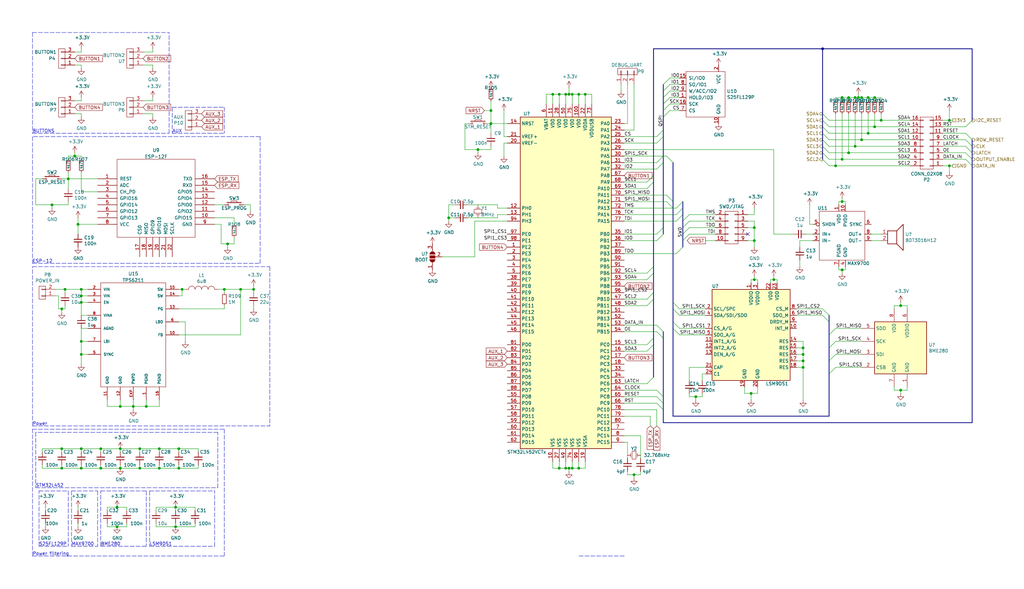
<source format=kicad_sch>
(kicad_sch (version 20211123) (generator eeschema)
  (paper "User" 399.999 229.997)
  (lib_symbols
    (symbol "Device:Speaker" (pin_names (offset 0) hide)
      (property "Reference" "LS" (at 1.27 5.715 0))
      (property "Value" "Speaker" (at 1.27 3.81 0))
      (symbol "Speaker_1_1"
        (pin input line (at -5.08 0 0) (length 2.54) (name "1") (number "1"))
        (pin input line (at -5.08 -2.54 0) (length 2.54) (name "2") (number "2"))
      )
    )
    (symbol "ESP8266:ESP-12F" (pin_names (offset 1.016))
      (property "Reference" "U" (at 0 -2.54 0))
      (property "Value" "ESP-12F" (at 0 2.54 0))
      (symbol "ESP-12F_1_1"
        (pin input line (at -22.86 7.62 0) (length 7.62) (name "REST") (number "1"))
        (pin bidirectional line (at 22.86 -7.62 180) (length 7.62) (name "GPIO15") (number "10"))
        (pin bidirectional line (at 22.86 -5.08 180) (length 7.62) (name "GPIO2") (number "11"))
        (pin bidirectional line (at 22.86 -2.54 180) (length 7.62) (name "GPIO0") (number "12"))
        (pin bidirectional line (at 22.86 0 180) (length 7.62) (name "GPIO4") (number "13"))
        (pin bidirectional line (at 22.86 2.54 180) (length 7.62) (name "GPIO5") (number "14"))
        (pin input line (at 22.86 5.08 180) (length 7.62) (name "RXD") (number "15"))
        (pin output line (at 22.86 7.62 180) (length 7.62) (name "TXD") (number "16"))
        (pin bidirectional line (at -6.35 -22.86 90) (length 7.62) (name "CS0") (number "17"))
        (pin bidirectional line (at -3.81 -22.86 90) (length 7.62) (name "MISO") (number "18"))
        (pin bidirectional line (at -1.27 -22.86 90) (length 7.62) (name "GPIO9") (number "19"))
        (pin passive line (at -22.86 5.08 0) (length 7.62) (name "ADC") (number "2"))
        (pin bidirectional line (at 1.27 -22.86 90) (length 7.62) (name "GPIO10") (number "20"))
        (pin bidirectional line (at 3.81 -22.86 90) (length 7.62) (name "MOSI") (number "21"))
        (pin bidirectional line (at 6.35 -22.86 90) (length 7.62) (name "SCLK") (number "22"))
        (pin input line (at -22.86 2.54 0) (length 7.62) (name "CH_PD") (number "3"))
        (pin bidirectional line (at -22.86 0 0) (length 7.62) (name "GPIO16") (number "4"))
        (pin bidirectional line (at -22.86 -2.54 0) (length 7.62) (name "GPIO14") (number "5"))
        (pin bidirectional line (at -22.86 -5.08 0) (length 7.62) (name "GPIO12") (number "6"))
        (pin bidirectional line (at -22.86 -7.62 0) (length 7.62) (name "GPIO13") (number "7"))
        (pin power_in line (at -22.86 -10.16 0) (length 7.62) (name "VCC") (number "8"))
        (pin power_in line (at 22.86 -10.16 180) (length 7.62) (name "GND") (number "9"))
      )
    )
    (symbol "Flash_spansien:S25FL129P" (pin_names (offset 1.016))
      (property "Reference" "U" (at -6.35 10.16 0))
      (property "Value" "S25FL129P" (at -2.54 -10.16 0))
      (symbol "S25FL129P_1_1"
        (pin bidirectional line (at -10.16 -1.27 0) (length 2.54) (name "HOLD/IO3") (number "1"))
        (pin power_in line (at 5.08 -11.43 90) (length 2.54) (name "GND") (number "10"))
        (pin bidirectional line (at -10.16 6.35 0) (length 2.54) (name "SI/IO0") (number "15"))
        (pin input line (at -10.16 -3.81 0) (length 2.54) (name "SCK") (number "16"))
        (pin power_in line (at 5.08 11.43 270) (length 2.54) (name "VCC") (number "2"))
        (pin input line (at -10.16 -6.35 0) (length 2.54) (name "CS") (number "7"))
        (pin bidirectional line (at -10.16 3.81 0) (length 2.54) (name "SO/IO1") (number "8"))
        (pin bidirectional line (at -10.16 1.27 0) (length 2.54) (name "W/ACC/IO2") (number "9"))
      )
    )
    (symbol "Jumper:SolderJumper_3_Open" (pin_names (offset 0) hide)
      (property "Reference" "JP" (at -2.54 -2.54 0))
      (property "Value" "SolderJumper_3_Open" (at 0 2.794 0))
      (symbol "SolderJumper_3_Open_1_1"
        (pin passive line (at -5.08 0 0) (length 2.54) (name "A") (number "1"))
        (pin passive line (at 0 -3.81 90) (length 2.54) (name "C") (number "2"))
        (pin passive line (at 5.08 0 180) (length 2.54) (name "B") (number "3"))
      )
    )
    (symbol "KiCadLibs_SparkFun-Kicad-Libraries-master_SparkFun-PowerIC:TPS6211" (pin_names (offset 1.016))
      (property "Reference" "U" (at -12.7 22.86 0))
      (property "Value" "TPS6211" (at -12.7 20.32 0))
      (symbol "TPS6211_1_1"
        (pin power_in line (at 5.08 -25.4 90) (length 5.08) (name "PGND") (number "1"))
        (pin input line (at 17.78 0 180) (length 5.08) (name "FB") (number "10"))
        (pin power_in line (at -10.16 -25.4 90) (length 5.08) (name "GND") (number "11"))
        (pin power_in line (at -5.08 -25.4 90) (length 5.08) (name "GND") (number "12"))
        (pin output line (at 17.78 10.16 180) (length 5.08) (name "PG") (number "13"))
        (pin output line (at 17.78 15.24 180) (length 5.08) (name "SW") (number "14"))
        (pin output line (at 17.78 17.78 180) (length 5.08) (name "SW") (number "15"))
        (pin power_in line (at 10.16 -25.4 90) (length 5.08) (name "PGND") (number "16"))
        (pin power_in line (at -17.78 17.78 0) (length 5.08) (name "VIN") (number "2"))
        (pin power_in line (at -17.78 15.24 0) (length 5.08) (name "VIN") (number "3"))
        (pin input line (at -17.78 12.7 0) (length 5.08) (name "EN") (number "4"))
        (pin input line (at -17.78 -7.62 0) (length 5.08) (name "SYNC") (number "5"))
        (pin output line (at 17.78 5.08 180) (length 5.08) (name "LBO") (number "6"))
        (pin input line (at -17.78 -2.54 0) (length 5.08) (name "LBI") (number "7"))
        (pin power_in line (at -17.78 7.62 0) (length 5.08) (name "VINA") (number "8"))
        (pin power_in line (at -17.78 2.54 0) (length 5.08) (name "AGND") (number "9"))
        (pin power_in line (at 0 -25.4 90) (length 5.08) (name "PWPD") (number "EXP"))
      )
    )
    (symbol "MAX9700:MAX9700" (pin_names (offset 1.016))
      (property "Reference" "U" (at -8.89 12.7 0))
      (property "Value" "MAX9700" (at 7.62 -11.43 0))
      (symbol "MAX9700_1_1"
        (pin power_in line (at -1.27 11.43 270) (length 2.54) (name "VDD") (number "1"))
        (pin power_in line (at 1.27 11.43 270) (length 2.54) (name "PVDD") (number "10"))
        (pin input line (at -11.43 0 0) (length 2.54) (name "IN+") (number "2"))
        (pin input line (at -11.43 -2.54 0) (length 2.54) (name "IN-") (number "3"))
        (pin power_in line (at 1.27 -12.7 90) (length 2.54) (name "GND") (number "4"))
        (pin input inverted (at -11.43 3.81 0) (length 2.54) (name "SHDN") (number "5"))
        (pin output line (at 11.43 3.81 180) (length 2.54) (name "SYNC") (number "6"))
        (pin power_in line (at -1.27 -12.7 90) (length 2.54) (name "PGND") (number "7"))
        (pin output line (at 11.43 0 180) (length 2.54) (name "OUT+") (number "8"))
        (pin output line (at 11.43 -2.54 180) (length 2.54) (name "OUT-") (number "9"))
      )
    )
    (symbol "MCU_ST_STM32L4:STM32L452VCTx"
      (property "Reference" "U" (at -17.78 64.77 0))
      (property "Value" "STM32L452VCTx" (at 12.7 64.77 0))
      (symbol "STM32L452VCTx_1_1"
        (pin bidirectional line (at -22.86 12.7 0) (length 5.08) (name "PE2") (number "1"))
        (pin power_in line (at -5.08 -71.12 90) (length 5.08) (name "VSS") (number "10"))
        (pin power_in line (at 5.08 68.58 270) (length 5.08) (name "VDD") (number "100"))
        (pin power_in line (at -5.08 68.58 270) (length 5.08) (name "VDD") (number "11"))
        (pin input line (at -22.86 27.94 0) (length 5.08) (name "PH0") (number "12"))
        (pin input line (at -22.86 25.4 0) (length 5.08) (name "PH1") (number "13"))
        (pin input line (at -22.86 60.96 0) (length 5.08) (name "NRST") (number "14"))
        (pin bidirectional line (at 22.86 -25.4 180) (length 5.08) (name "PC0") (number "15"))
        (pin bidirectional line (at 22.86 -27.94 180) (length 5.08) (name "PC1") (number "16"))
        (pin bidirectional line (at 22.86 -30.48 180) (length 5.08) (name "PC2") (number "17"))
        (pin bidirectional line (at 22.86 -33.02 180) (length 5.08) (name "PC3") (number "18"))
        (pin power_in line (at 7.62 -71.12 90) (length 5.08) (name "VSSA") (number "19"))
        (pin bidirectional line (at -22.86 10.16 0) (length 5.08) (name "PE3") (number "2"))
        (pin power_in line (at -22.86 53.34 0) (length 5.08) (name "VREF-") (number "20"))
        (pin bidirectional line (at -22.86 55.88 0) (length 5.08) (name "VREF+") (number "21"))
        (pin power_in line (at 7.62 68.58 270) (length 5.08) (name "VDDA") (number "22"))
        (pin bidirectional line (at 22.86 60.96 180) (length 5.08) (name "PA0") (number "23"))
        (pin bidirectional line (at 22.86 58.42 180) (length 5.08) (name "PA1") (number "24"))
        (pin bidirectional line (at 22.86 55.88 180) (length 5.08) (name "PA2") (number "25"))
        (pin bidirectional line (at 22.86 53.34 180) (length 5.08) (name "PA3") (number "26"))
        (pin power_in line (at -2.54 -71.12 90) (length 5.08) (name "VSS") (number "27"))
        (pin power_in line (at -2.54 68.58 270) (length 5.08) (name "VDD") (number "28"))
        (pin bidirectional line (at 22.86 50.8 180) (length 5.08) (name "PA4") (number "29"))
        (pin bidirectional line (at -22.86 7.62 0) (length 5.08) (name "PE4") (number "3"))
        (pin bidirectional line (at 22.86 48.26 180) (length 5.08) (name "PA5") (number "30"))
        (pin bidirectional line (at 22.86 45.72 180) (length 5.08) (name "PA6") (number "31"))
        (pin bidirectional line (at 22.86 43.18 180) (length 5.08) (name "PA7") (number "32"))
        (pin bidirectional line (at 22.86 -35.56 180) (length 5.08) (name "PC4") (number "33"))
        (pin bidirectional line (at 22.86 -38.1 180) (length 5.08) (name "PC5") (number "34"))
        (pin bidirectional line (at 22.86 17.78 180) (length 5.08) (name "PB0") (number "35"))
        (pin bidirectional line (at 22.86 15.24 180) (length 5.08) (name "PB1") (number "36"))
        (pin bidirectional line (at 22.86 12.7 180) (length 5.08) (name "PB2") (number "37"))
        (pin bidirectional line (at -22.86 0 0) (length 5.08) (name "PE7") (number "38"))
        (pin bidirectional line (at -22.86 -2.54 0) (length 5.08) (name "PE8") (number "39"))
        (pin bidirectional line (at -22.86 5.08 0) (length 5.08) (name "PE5") (number "4"))
        (pin bidirectional line (at -22.86 -5.08 0) (length 5.08) (name "PE9") (number "40"))
        (pin bidirectional line (at -22.86 -7.62 0) (length 5.08) (name "PE10") (number "41"))
        (pin bidirectional line (at -22.86 -10.16 0) (length 5.08) (name "PE11") (number "42"))
        (pin bidirectional line (at -22.86 -12.7 0) (length 5.08) (name "PE12") (number "43"))
        (pin bidirectional line (at -22.86 -15.24 0) (length 5.08) (name "PE13") (number "44"))
        (pin bidirectional line (at -22.86 -17.78 0) (length 5.08) (name "PE14") (number "45"))
        (pin bidirectional line (at -22.86 -20.32 0) (length 5.08) (name "PE15") (number "46"))
        (pin bidirectional line (at 22.86 -7.62 180) (length 5.08) (name "PB10") (number "47"))
        (pin bidirectional line (at 22.86 -10.16 180) (length 5.08) (name "PB11") (number "48"))
        (pin power_in line (at 0 -71.12 90) (length 5.08) (name "VSS") (number "49"))
        (pin bidirectional line (at -22.86 2.54 0) (length 5.08) (name "PE6") (number "5"))
        (pin power_in line (at 0 68.58 270) (length 5.08) (name "VDD") (number "50"))
        (pin bidirectional line (at 22.86 -12.7 180) (length 5.08) (name "PB12") (number "51"))
        (pin bidirectional line (at 22.86 -15.24 180) (length 5.08) (name "PB13") (number "52"))
        (pin bidirectional line (at 22.86 -17.78 180) (length 5.08) (name "PB14") (number "53"))
        (pin bidirectional line (at 22.86 -20.32 180) (length 5.08) (name "PB15") (number "54"))
        (pin bidirectional line (at -22.86 -45.72 0) (length 5.08) (name "PD8") (number "55"))
        (pin bidirectional line (at -22.86 -48.26 0) (length 5.08) (name "PD9") (number "56"))
        (pin bidirectional line (at -22.86 -50.8 0) (length 5.08) (name "PD10") (number "57"))
        (pin bidirectional line (at -22.86 -53.34 0) (length 5.08) (name "PD11") (number "58"))
        (pin bidirectional line (at -22.86 -55.88 0) (length 5.08) (name "PD12") (number "59"))
        (pin power_in line (at -7.62 68.58 270) (length 5.08) (name "VBAT") (number "6"))
        (pin bidirectional line (at -22.86 -58.42 0) (length 5.08) (name "PD13") (number "60"))
        (pin bidirectional line (at -22.86 -60.96 0) (length 5.08) (name "PD14") (number "61"))
        (pin bidirectional line (at -22.86 -63.5 0) (length 5.08) (name "PD15") (number "62"))
        (pin bidirectional line (at 22.86 -40.64 180) (length 5.08) (name "PC6") (number "63"))
        (pin bidirectional line (at 22.86 -43.18 180) (length 5.08) (name "PC7") (number "64"))
        (pin bidirectional line (at 22.86 -45.72 180) (length 5.08) (name "PC8") (number "65"))
        (pin bidirectional line (at 22.86 -48.26 180) (length 5.08) (name "PC9") (number "66"))
        (pin bidirectional line (at 22.86 40.64 180) (length 5.08) (name "PA8") (number "67"))
        (pin bidirectional line (at 22.86 38.1 180) (length 5.08) (name "PA9") (number "68"))
        (pin bidirectional line (at 22.86 35.56 180) (length 5.08) (name "PA10") (number "69"))
        (pin bidirectional line (at 22.86 -58.42 180) (length 5.08) (name "PC13") (number "7"))
        (pin bidirectional line (at 22.86 33.02 180) (length 5.08) (name "PA11") (number "70"))
        (pin bidirectional line (at 22.86 30.48 180) (length 5.08) (name "PA12") (number "71"))
        (pin bidirectional line (at 22.86 27.94 180) (length 5.08) (name "PA13") (number "72"))
        (pin power_in line (at 10.16 68.58 270) (length 5.08) (name "VDDUSB") (number "73"))
        (pin power_in line (at 2.54 -71.12 90) (length 5.08) (name "VSS") (number "74"))
        (pin power_in line (at 2.54 68.58 270) (length 5.08) (name "VDD") (number "75"))
        (pin bidirectional line (at 22.86 25.4 180) (length 5.08) (name "PA14") (number "76"))
        (pin bidirectional line (at 22.86 22.86 180) (length 5.08) (name "PA15") (number "77"))
        (pin bidirectional line (at 22.86 -50.8 180) (length 5.08) (name "PC10") (number "78"))
        (pin bidirectional line (at 22.86 -53.34 180) (length 5.08) (name "PC11") (number "79"))
        (pin bidirectional line (at 22.86 -60.96 180) (length 5.08) (name "PC14") (number "8"))
        (pin bidirectional line (at 22.86 -55.88 180) (length 5.08) (name "PC12") (number "80"))
        (pin bidirectional line (at -22.86 -25.4 0) (length 5.08) (name "PD0") (number "81"))
        (pin bidirectional line (at -22.86 -27.94 0) (length 5.08) (name "PD1") (number "82"))
        (pin bidirectional line (at -22.86 -30.48 0) (length 5.08) (name "PD2") (number "83"))
        (pin bidirectional line (at -22.86 -33.02 0) (length 5.08) (name "PD3") (number "84"))
        (pin bidirectional line (at -22.86 -35.56 0) (length 5.08) (name "PD4") (number "85"))
        (pin bidirectional line (at -22.86 -38.1 0) (length 5.08) (name "PD5") (number "86"))
        (pin bidirectional line (at -22.86 -40.64 0) (length 5.08) (name "PD6") (number "87"))
        (pin bidirectional line (at -22.86 -43.18 0) (length 5.08) (name "PD7") (number "88"))
        (pin bidirectional line (at 22.86 10.16 180) (length 5.08) (name "PB3") (number "89"))
        (pin bidirectional line (at 22.86 -63.5 180) (length 5.08) (name "PC15") (number "9"))
        (pin bidirectional line (at 22.86 7.62 180) (length 5.08) (name "PB4") (number "90"))
        (pin bidirectional line (at 22.86 5.08 180) (length 5.08) (name "PB5") (number "91"))
        (pin bidirectional line (at 22.86 2.54 180) (length 5.08) (name "PB6") (number "92"))
        (pin bidirectional line (at 22.86 0 180) (length 5.08) (name "PB7") (number "93"))
        (pin bidirectional line (at -22.86 22.86 0) (length 5.08) (name "PH3") (number "94"))
        (pin bidirectional line (at 22.86 -2.54 180) (length 5.08) (name "PB8") (number "95"))
        (pin bidirectional line (at 22.86 -5.08 180) (length 5.08) (name "PB9") (number "96"))
        (pin bidirectional line (at -22.86 17.78 0) (length 5.08) (name "PE0") (number "97"))
        (pin bidirectional line (at -22.86 15.24 0) (length 5.08) (name "PE1") (number "98"))
        (pin power_in line (at 5.08 -71.12 90) (length 5.08) (name "VSS") (number "99"))
      )
    )
    (symbol "Sensor:BME280"
      (property "Reference" "U" (at -8.89 11.43 0))
      (property "Value" "BME280" (at 7.62 11.43 0))
      (symbol "BME280_1_1"
        (pin power_in line (at -2.54 -15.24 90) (length 5.08) (name "GND") (number "1"))
        (pin input line (at 15.24 -7.62 180) (length 5.08) (name "CSB") (number "2"))
        (pin bidirectional line (at 15.24 -2.54 180) (length 5.08) (name "SDI") (number "3"))
        (pin input line (at 15.24 2.54 180) (length 5.08) (name "SCK") (number "4"))
        (pin bidirectional line (at 15.24 7.62 180) (length 5.08) (name "SDO") (number "5"))
        (pin power_in line (at -2.54 15.24 270) (length 5.08) (name "VDDIO") (number "6"))
        (pin power_in line (at 2.54 -15.24 90) (length 5.08) (name "GND") (number "7"))
        (pin power_in line (at 2.54 15.24 270) (length 5.08) (name "VDD") (number "8"))
      )
    )
    (symbol "Sensor_Motion:LSM9DS1"
      (property "Reference" "U" (at -15.24 21.59 0))
      (property "Value" "LSM9DS1" (at -15.24 19.05 0))
      (symbol "LSM9DS1_1_1"
        (pin power_in line (at 0 20.32 270) (length 2.54) (name "VDDIO") (number "1"))
        (pin output line (at 17.78 2.54 180) (length 2.54) (name "INT_M") (number "10"))
        (pin output line (at -17.78 -2.54 0) (length 2.54) (name "INT1_A/G") (number "11"))
        (pin output line (at -17.78 -5.08 0) (length 2.54) (name "INT2_A/G") (number "12"))
        (pin input line (at -17.78 -7.62 0) (length 2.54) (name "DEN_A/G") (number "13"))
        (pin bidirectional line (at 17.78 -2.54 180) (length 2.54) (name "RES") (number "14"))
        (pin bidirectional line (at 17.78 -5.08 180) (length 2.54) (name "RES") (number "15"))
        (pin bidirectional line (at 17.78 -7.62 180) (length 2.54) (name "RES") (number "16"))
        (pin bidirectional line (at 17.78 -10.16 180) (length 2.54) (name "RES") (number "17"))
        (pin bidirectional line (at 17.78 -12.7 180) (length 2.54) (name "RES") (number "18"))
        (pin power_in line (at -2.54 -20.32 90) (length 2.54) (name "GND") (number "19"))
        (pin input line (at -17.78 10.16 0) (length 2.54) (name "SCL/SPC") (number "2"))
        (pin power_in line (at 2.54 -20.32 90) (length 2.54) (name "GND") (number "20"))
        (pin passive line (at -17.78 -12.7 0) (length 2.54) (name "CAP") (number "21"))
        (pin power_in line (at 7.62 20.32 270) (length 2.54) (name "VDD") (number "22"))
        (pin power_in line (at 10.16 20.32 270) (length 2.54) (name "VDD") (number "23"))
        (pin passive line (at -17.78 -15.24 0) (length 2.54) (name "C1") (number "24"))
        (pin power_in line (at 2.54 20.32 270) (length 2.54) (name "VDDIO") (number "3"))
        (pin bidirectional line (at -17.78 7.62 0) (length 2.54) (name "SDA/SDI/SDO") (number "4"))
        (pin output line (at -17.78 0 0) (length 2.54) (name "SDO_A/G") (number "5"))
        (pin output line (at 17.78 7.62 180) (length 2.54) (name "SDO_M") (number "6"))
        (pin input line (at -17.78 2.54 0) (length 2.54) (name "CS_A/G") (number "7"))
        (pin input line (at 17.78 10.16 180) (length 2.54) (name "CS_M") (number "8"))
        (pin output line (at 17.78 5.08 180) (length 2.54) (name "DRDY_M") (number "9"))
      )
    )
    (symbol "conn:CONN_01X02" (pin_names (offset 1.016) hide)
      (property "Reference" "P" (at 0 3.81 0))
      (property "Value" "CONN_01X02" (at 2.54 0 90))
      (symbol "CONN_01X02_1_1"
        (pin passive line (at -5.08 1.27 0) (length 3.81) (name "P1") (number "1"))
        (pin passive line (at -5.08 -1.27 0) (length 3.81) (name "P2") (number "2"))
      )
    )
    (symbol "conn:CONN_01X03" (pin_names (offset 1.016) hide)
      (property "Reference" "P" (at 0 5.08 0))
      (property "Value" "CONN_01X03" (at 2.54 0 90))
      (symbol "CONN_01X03_1_1"
        (pin passive line (at -5.08 2.54 0) (length 3.81) (name "P1") (number "1"))
        (pin passive line (at -5.08 0 0) (length 3.81) (name "P2") (number "2"))
        (pin passive line (at -5.08 -2.54 0) (length 3.81) (name "P3") (number "3"))
      )
    )
    (symbol "conn:CONN_02X05" (pin_names (offset 0.0254) hide)
      (property "Reference" "P" (at 0 7.62 0))
      (property "Value" "CONN_02X05" (at 0 -7.62 0))
      (symbol "CONN_02X05_1_1"
        (pin passive line (at -6.35 5.08 0) (length 3.81) (name "P1") (number "1"))
        (pin passive line (at 6.35 -5.08 180) (length 3.81) (name "P10") (number "10"))
        (pin passive line (at 6.35 5.08 180) (length 3.81) (name "P2") (number "2"))
        (pin passive line (at -6.35 2.54 0) (length 3.81) (name "P3") (number "3"))
        (pin passive line (at 6.35 2.54 180) (length 3.81) (name "P4") (number "4"))
        (pin passive line (at -6.35 0 0) (length 3.81) (name "P5") (number "5"))
        (pin passive line (at 6.35 0 180) (length 3.81) (name "P6") (number "6"))
        (pin passive line (at -6.35 -2.54 0) (length 3.81) (name "P7") (number "7"))
        (pin passive line (at 6.35 -2.54 180) (length 3.81) (name "P8") (number "8"))
        (pin passive line (at -6.35 -5.08 0) (length 3.81) (name "P9") (number "9"))
      )
    )
    (symbol "conn:CONN_02X08" (pin_names (offset 0.0254) hide)
      (property "Reference" "P" (at 0 11.43 0))
      (property "Value" "CONN_02X08" (at 0 0 90))
      (symbol "CONN_02X08_1_1"
        (pin passive line (at -6.35 8.89 0) (length 3.81) (name "P1") (number "1"))
        (pin passive line (at 6.35 -1.27 180) (length 3.81) (name "P10") (number "10"))
        (pin passive line (at -6.35 -3.81 0) (length 3.81) (name "P11") (number "11"))
        (pin passive line (at 6.35 -3.81 180) (length 3.81) (name "P12") (number "12"))
        (pin passive line (at -6.35 -6.35 0) (length 3.81) (name "P13") (number "13"))
        (pin passive line (at 6.35 -6.35 180) (length 3.81) (name "P14") (number "14"))
        (pin passive line (at -6.35 -8.89 0) (length 3.81) (name "P15") (number "15"))
        (pin passive line (at 6.35 -8.89 180) (length 3.81) (name "P16") (number "16"))
        (pin passive line (at 6.35 8.89 180) (length 3.81) (name "P2") (number "2"))
        (pin passive line (at -6.35 6.35 0) (length 3.81) (name "P3") (number "3"))
        (pin passive line (at 6.35 6.35 180) (length 3.81) (name "P4") (number "4"))
        (pin passive line (at -6.35 3.81 0) (length 3.81) (name "P5") (number "5"))
        (pin passive line (at 6.35 3.81 180) (length 3.81) (name "P6") (number "6"))
        (pin passive line (at -6.35 1.27 0) (length 3.81) (name "P7") (number "7"))
        (pin passive line (at 6.35 1.27 180) (length 3.81) (name "P8") (number "8"))
        (pin passive line (at -6.35 -1.27 0) (length 3.81) (name "P9") (number "9"))
      )
    )
    (symbol "device:C_Small" (pin_numbers hide) (pin_names (offset 0.254) hide)
      (property "Reference" "C" (at 0.254 1.778 0))
      (property "Value" "C_Small" (at 0.254 -2.032 0))
      (symbol "C_Small_1_1"
        (pin passive line (at 0 2.54 270) (length 1.905) (name "~") (number "1"))
        (pin passive line (at 0 -2.54 90) (length 2.032) (name "~") (number "2"))
      )
    )
    (symbol "device:Crystal_Small" (pin_numbers hide) (pin_names (offset 1.016) hide)
      (property "Reference" "Y" (at 0 2.54 0))
      (property "Value" "Crystal_Small" (at 0 -2.54 0))
      (symbol "Crystal_Small_1_1"
        (pin passive line (at -2.54 0 0) (length 1.27) (name "1") (number "1"))
        (pin passive line (at 2.54 0 180) (length 1.27) (name "2") (number "2"))
      )
    )
    (symbol "device:INDUCTOR_SMALL" (pin_numbers hide) (pin_names (offset 0) hide)
      (property "Reference" "L" (at 0 2.54 0))
      (property "Value" "INDUCTOR_SMALL" (at 0 -1.27 0))
      (symbol "INDUCTOR_SMALL_1_1"
        (pin input line (at -6.35 0 0) (length 1.27) (name "1") (number "1"))
        (pin input line (at 6.35 0 180) (length 1.27) (name "2") (number "2"))
      )
    )
    (symbol "device:R_Small" (pin_numbers hide) (pin_names (offset 0.254) hide)
      (property "Reference" "R" (at 0.762 0.508 0))
      (property "Value" "R_Small" (at 0.762 -1.016 0))
      (symbol "R_Small_1_1"
        (pin passive line (at 0 2.54 270) (length 0.762) (name "~") (number "1"))
        (pin passive line (at 0 -2.54 90) (length 0.762) (name "~") (number "2"))
      )
    )
    (symbol "device:SW_PUSH_SMALL_H" (pin_numbers hide) (pin_names (offset 1.016) hide)
      (property "Reference" "SW" (at 2.032 2.794 0))
      (property "Value" "SW_PUSH_SMALL_H" (at 9.144 -1.524 0))
      (symbol "SW_PUSH_SMALL_H_0_1"
        (pin passive line (at -3.81 0 0) (length 1.27) (name "1") (number "1"))
        (pin passive line (at 3.81 0 180) (length 1.27) (name "2") (number "2"))
      )
    )
    (symbol "power:+3.3V" (power) (pin_names (offset 0))
      (property "Value" "+3.3V" (at 0 3.556 0))
      (symbol "+3.3V_1_1"
        (pin power_in line (at 0 0 90) (length 0) hide (name "+3.3V") (number "1"))
      )
    )
    (symbol "power:GND" (power) (pin_names (offset 0))
      (property "Value" "GND" (at 0 -3.81 0))
      (symbol "GND_1_1"
        (pin power_in line (at 0 0 270) (length 0) hide (name "GND") (number "1"))
      )
    )
  )
  (junction (at 52.07 158.75))
  (junction (at 226.06 182.88))
  (junction (at 69.85 175.26))
  (junction (at 223.52 36.83))
  (junction (at 336.55 38.1))
  (junction (at 30.48 87.63))
  (junction (at 46.99 175.26))
  (junction (at 335.28 38.1))
  (junction (at 31.75 115.57))
  (junction (at 294.64 88.9))
  (junction (at 321.31 19.05))
  (junction (at 228.6 36.83))
  (junction (at 294.64 93.98))
  (junction (at 326.39 64.77))
  (junction (at 331.47 59.69))
  (junction (at 247.65 185.42))
  (junction (at 302.26 109.22))
  (junction (at 45.72 205.74))
  (junction (at 69.85 182.88))
  (junction (at 351.79 152.4))
  (junction (at 226.06 36.83))
  (junction (at 26.67 69.85))
  (junction (at 334.01 57.15))
  (junction (at 313.69 140.97))
  (junction (at 71.12 113.03))
  (junction (at 24.13 120.65))
  (junction (at 57.15 158.75))
  (junction (at 31.75 133.35))
  (junction (at 218.44 36.83))
  (junction (at 339.09 38.1))
  (junction (at 370.84 46.99))
  (junction (at 25.4 113.03))
  (junction (at 313.69 143.51))
  (junction (at 175.26 85.09))
  (junction (at 328.93 105.41))
  (junction (at 336.55 54.61))
  (junction (at 341.63 38.1))
  (junction (at 370.84 64.77))
  (junction (at 31.75 175.26))
  (junction (at 215.9 36.83))
  (junction (at 220.98 182.88))
  (junction (at 31.75 138.43))
  (junction (at 186.69 58.42))
  (junction (at 62.23 175.26))
  (junction (at 29.21 60.96))
  (junction (at 331.47 38.1))
  (junction (at 222.25 182.88))
  (junction (at 24.13 175.26))
  (junction (at 351.79 119.38))
  (junction (at 68.58 205.74))
  (junction (at 328.93 78.74))
  (junction (at 334.01 38.1))
  (junction (at 31.75 118.11))
  (junction (at 218.44 182.88))
  (junction (at 220.98 36.83))
  (junction (at 62.23 182.88))
  (junction (at 223.52 182.88))
  (junction (at 222.25 36.83))
  (junction (at 294.64 109.22))
  (junction (at 313.69 138.43))
  (junction (at 87.63 113.03))
  (junction (at 339.09 52.07))
  (junction (at 99.06 113.03))
  (junction (at 39.37 182.88))
  (junction (at 93.98 113.03))
  (junction (at 24.13 182.88))
  (junction (at 31.75 182.88))
  (junction (at 54.61 175.26))
  (junction (at 191.77 48.26))
  (junction (at 88.9 95.25))
  (junction (at 68.58 198.12))
  (junction (at 45.72 198.12))
  (junction (at 344.17 46.99))
  (junction (at 328.93 62.23))
  (junction (at 46.99 158.75))
  (junction (at 313.69 135.89))
  (junction (at 54.61 182.88))
  (junction (at 328.93 38.1))
  (junction (at 20.32 80.01))
  (junction (at 31.75 113.03))
  (junction (at 46.99 182.88))
  (junction (at 293.37 153.67))
  (junction (at 191.77 43.18))
  (junction (at 341.63 49.53))
  (junction (at 271.78 154.94))
  (junction (at 39.37 175.26))
  (no_connect (at 292.1 91.44))
  (bus_entry (at 252.73 119.38) (size 2.54 -2.54))
  (bus_entry (at 266.7 91.44) (size 2.54 -2.54))
  (bus_entry (at 262.89 118.11) (size 2.54 2.54))
  (bus_entry (at 252.73 109.22) (size 2.54 -2.54))
  (bus_entry (at 259.08 33.02) (size 2.54 -2.54))
  (bus_entry (at 259.08 40.64) (size 2.54 -2.54))
  (bus_entry (at 264.16 99.06) (size 2.54 -2.54))
  (bus_entry (at 377.19 59.69) (size 2.54 2.54))
  (bus_entry (at 256.54 129.54) (size 2.54 2.54))
  (bus_entry (at 321.31 62.23) (size 2.54 2.54))
  (bus_entry (at 266.7 93.98) (size 2.54 -2.54))
  (bus_entry (at 255.27 132.08) (size -2.54 2.54))
  (bus_entry (at 256.54 152.4) (size 2.54 2.54))
  (bus_entry (at 264.16 83.82) (size 2.54 -2.54))
  (bus_entry (at 262.89 125.73) (size 2.54 2.54))
  (bus_entry (at 321.31 120.65) (size 2.54 2.54))
  (bus_entry (at 256.54 55.88) (size 2.54 -2.54))
  (bus_entry (at 323.85 130.81) (size 2.54 -2.54))
  (bus_entry (at 252.73 73.66) (size 2.54 -2.54))
  (bus_entry (at 255.27 134.62) (size -2.54 2.54))
  (bus_entry (at 377.19 52.07) (size 2.54 2.54))
  (bus_entry (at 260.35 78.74) (size 2.54 2.54))
  (bus_entry (at 262.89 128.27) (size 2.54 2.54))
  (bus_entry (at 259.08 45.72) (size 2.54 -2.54))
  (bus_entry (at 321.31 44.45) (size 2.54 2.54))
  (bus_entry (at 259.08 43.18) (size 2.54 -2.54))
  (bus_entry (at 321.31 52.07) (size 2.54 2.54))
  (bus_entry (at 321.31 54.61) (size 2.54 2.54))
  (bus_entry (at 260.35 76.2) (size 2.54 2.54))
  (bus_entry (at 377.19 62.23) (size 2.54 2.54))
  (bus_entry (at 256.54 127) (size 2.54 2.54))
  (bus_entry (at 266.7 88.9) (size 2.54 -2.54))
  (bus_entry (at 256.54 53.34) (size 2.54 -2.54))
  (bus_entry (at 256.54 154.94) (size 2.54 2.54))
  (bus_entry (at 264.16 86.36) (size 2.54 -2.54))
  (bus_entry (at 321.31 46.99) (size 2.54 2.54))
  (bus_entry (at 321.31 49.53) (size 2.54 2.54))
  (bus_entry (at 377.19 49.53) (size 2.54 -2.54))
  (bus_entry (at 266.7 86.36) (size 2.54 -2.54))
  (bus_entry (at 323.85 146.05) (size 2.54 -2.54))
  (bus_entry (at 256.54 93.98) (size 2.54 -2.54))
  (bus_entry (at 262.89 120.65) (size 2.54 2.54))
  (bus_entry (at 252.73 116.84) (size 2.54 -2.54))
  (bus_entry (at 256.54 91.44) (size 2.54 -2.54))
  (bus_entry (at 264.16 81.28) (size 2.54 -2.54))
  (bus_entry (at 321.31 57.15) (size 2.54 2.54))
  (bus_entry (at 377.19 57.15) (size 2.54 2.54))
  (bus_entry (at 252.73 106.68) (size 2.54 -2.54))
  (bus_entry (at 259.08 38.1) (size 2.54 -2.54))
  (bus_entry (at 323.85 135.89) (size 2.54 -2.54))
  (bus_entry (at 256.54 157.48) (size 2.54 2.54))
  (bus_entry (at 256.54 63.5) (size 2.54 -2.54))
  (bus_entry (at 260.35 60.96) (size 2.54 2.54))
  (bus_entry (at 321.31 59.69) (size 2.54 2.54))
  (bus_entry (at 321.31 123.19) (size 2.54 2.54))
  (bus_entry (at 252.73 71.12) (size 2.54 -2.54))
  (bus_entry (at 259.08 35.56) (size 2.54 -2.54))
  (bus_entry (at 256.54 66.04) (size 2.54 -2.54))
  (bus_entry (at 252.73 149.86) (size 2.54 -2.54))
  (bus_entry (at 323.85 140.97) (size 2.54 -2.54))
  (bus_entry (at 377.19 54.61) (size 2.54 2.54))
  (wire (pts (xy 59.69 25.4) (xy 59.69 26.67)))
  (wire (pts (xy 335.28 38.1) (xy 336.55 38.1)))
  (bus (pts (xy 379.73 19.05) (xy 379.73 46.99)))
  (wire (pts (xy 243.84 63.5) (xy 256.54 63.5)))
  (wire (pts (xy 334.01 57.15) (xy 355.6 57.15)))
  (wire (pts (xy 311.15 120.65) (xy 321.31 120.65)))
  (wire (pts (xy 220.98 182.88) (xy 222.25 182.88)))
  (wire (pts (xy 228.6 36.83) (xy 231.14 36.83)))
  (wire (pts (xy 292.1 83.82) (xy 294.64 83.82)))
  (wire (pts (xy 311.15 123.19) (xy 321.31 123.19)))
  (wire (pts (xy 60.96 199.39) (xy 60.96 198.12)))
  (bus (pts (xy 266.7 88.9) (xy 266.7 91.44)))
  (wire (pts (xy 344.17 46.99) (xy 344.17 44.45)))
  (bus (pts (xy 323.85 135.89) (xy 323.85 140.97)))
  (wire (pts (xy 334.01 38.1) (xy 334.01 39.37)))
  (wire (pts (xy 88.9 96.52) (xy 88.9 95.25)))
  (wire (pts (xy 41.91 199.39) (xy 41.91 198.12)))
  (wire (pts (xy 31.75 123.19) (xy 31.75 118.11)))
  (wire (pts (xy 274.32 146.05) (xy 275.59 146.05)))
  (bus (pts (xy 266.7 93.98) (xy 266.7 96.52)))
  (wire (pts (xy 243.84 170.18) (xy 250.19 170.18)))
  (wire (pts (xy 45.72 198.12) (xy 49.53 198.12)))
  (bus (pts (xy 262.89 63.5) (xy 262.89 78.74)))
  (wire (pts (xy 69.85 115.57) (xy 71.12 115.57)))
  (wire (pts (xy 60.96 204.47) (xy 60.96 205.74)))
  (wire (pts (xy 26.67 73.66) (xy 26.67 69.85)))
  (wire (pts (xy 29.21 20.32) (xy 31.75 20.32)))
  (wire (pts (xy 20.32 80.01) (xy 26.67 80.01)))
  (wire (pts (xy 198.12 53.34) (xy 196.85 53.34)))
  (wire (pts (xy 269.24 143.51) (xy 275.59 143.51)))
  (wire (pts (xy 191.77 58.42) (xy 186.69 58.42)))
  (wire (pts (xy 242.57 35.56) (xy 242.57 33.02)))
  (wire (pts (xy 368.3 64.77) (xy 370.84 64.77)))
  (polyline (pts (xy 15.24 213.36) (xy 26.67 213.36)))
  (wire (pts (xy 261.62 35.56) (xy 265.43 35.56)))
  (wire (pts (xy 68.58 198.12) (xy 68.58 199.39)))
  (wire (pts (xy 323.85 52.07) (xy 339.09 52.07)))
  (wire (pts (xy 243.84 71.12) (xy 252.73 71.12)))
  (wire (pts (xy 326.39 39.37) (xy 326.39 38.1)))
  (wire (pts (xy 198.12 55.88) (xy 196.85 55.88)))
  (wire (pts (xy 69.85 125.73) (xy 72.39 125.73)))
  (wire (pts (xy 215.9 182.88) (xy 218.44 182.88)))
  (wire (pts (xy 62.23 181.61) (xy 62.23 182.88)))
  (wire (pts (xy 328.93 78.74) (xy 328.93 77.47)))
  (wire (pts (xy 327.66 78.74) (xy 328.93 78.74)))
  (bus (pts (xy 323.85 123.19) (xy 323.85 125.73)))
  (wire (pts (xy 22.86 120.65) (xy 24.13 120.65)))
  (wire (pts (xy 59.69 39.37) (xy 59.69 38.1)))
  (polyline (pts (xy 12.7 12.7) (xy 66.04 12.7)))
  (wire (pts (xy 349.25 120.65) (xy 349.25 119.38)))
  (wire (pts (xy 328.93 105.41) (xy 328.93 106.68)))
  (wire (pts (xy 331.47 39.37) (xy 331.47 38.1)))
  (wire (pts (xy 62.23 175.26) (xy 69.85 175.26)))
  (wire (pts (xy 265.43 130.81) (xy 275.59 130.81)))
  (wire (pts (xy 313.69 140.97) (xy 313.69 143.51)))
  (wire (pts (xy 243.84 154.94) (xy 256.54 154.94)))
  (wire (pts (xy 372.11 46.99) (xy 370.84 46.99)))
  (wire (pts (xy 326.39 44.45) (xy 326.39 64.77)))
  (wire (pts (xy 317.5 87.63) (xy 316.23 87.63)))
  (wire (pts (xy 256.54 55.88) (xy 243.84 55.88)))
  (wire (pts (xy 52.07 158.75) (xy 52.07 156.21)))
  (wire (pts (xy 294.64 93.98) (xy 294.64 96.52)))
  (wire (pts (xy 323.85 64.77) (xy 326.39 64.77)))
  (wire (pts (xy 24.13 182.88) (xy 31.75 182.88)))
  (wire (pts (xy 41.91 158.75) (xy 46.99 158.75)))
  (wire (pts (xy 226.06 36.83) (xy 228.6 36.83)))
  (wire (pts (xy 26.67 69.85) (xy 38.1 69.85)))
  (wire (pts (xy 311.15 143.51) (xy 313.69 143.51)))
  (bus (pts (xy 379.73 57.15) (xy 379.73 59.69)))
  (bus (pts (xy 262.89 162.56) (xy 323.85 162.56)))
  (wire (pts (xy 49.53 205.74) (xy 49.53 204.47)))
  (wire (pts (xy 294.64 88.9) (xy 294.64 93.98)))
  (wire (pts (xy 24.13 181.61) (xy 24.13 182.88)))
  (wire (pts (xy 69.85 130.81) (xy 93.98 130.81)))
  (polyline (pts (xy 85.09 190.5) (xy 85.09 168.91)))
  (wire (pts (xy 34.29 138.43) (xy 31.75 138.43)))
  (wire (pts (xy 271.78 154.94) (xy 271.78 156.21)))
  (bus (pts (xy 259.08 132.08) (xy 259.08 154.94)))
  (wire (pts (xy 243.84 73.66) (xy 252.73 73.66)))
  (polyline (pts (xy 101.6 102.87) (xy 101.6 53.34)))
  (wire (pts (xy 293.37 153.67) (xy 295.91 153.67)))
  (wire (pts (xy 293.37 110.49) (xy 293.37 109.22)))
  (wire (pts (xy 31.75 60.96) (xy 31.75 62.23)))
  (polyline (pts (xy 12.7 166.37) (xy 105.41 166.37)))
  (wire (pts (xy 351.79 119.38) (xy 351.79 118.11)))
  (wire (pts (xy 77.47 182.88) (xy 77.47 181.61)))
  (wire (pts (xy 83.82 80.01) (xy 87.63 80.01)))
  (wire (pts (xy 226.06 182.88) (xy 228.6 182.88)))
  (wire (pts (xy 339.09 52.07) (xy 355.6 52.07)))
  (polyline (pts (xy 39.37 213.36) (xy 57.15 213.36)))
  (wire (pts (xy 243.84 134.62) (xy 252.73 134.62)))
  (wire (pts (xy 69.85 175.26) (xy 77.47 175.26)))
  (wire (pts (xy 54.61 182.88) (xy 62.23 182.88)))
  (wire (pts (xy 31.75 138.43) (xy 31.75 133.35)))
  (wire (pts (xy 335.28 38.1) (xy 335.28 36.83)))
  (wire (pts (xy 274.32 153.67) (xy 274.32 154.94)))
  (wire (pts (xy 250.19 170.18) (xy 250.19 179.07)))
  (wire (pts (xy 341.63 44.45) (xy 341.63 49.53)))
  (wire (pts (xy 243.84 119.38) (xy 252.73 119.38)))
  (wire (pts (xy 256.54 160.02) (xy 256.54 166.37)))
  (wire (pts (xy 31.75 118.11) (xy 31.75 115.57)))
  (wire (pts (xy 370.84 64.77) (xy 370.84 67.31)))
  (polyline (pts (xy 12.7 217.17) (xy 87.63 217.17)))
  (wire (pts (xy 331.47 59.69) (xy 355.6 59.69)))
  (wire (pts (xy 377.19 49.53) (xy 368.3 49.53)))
  (wire (pts (xy 243.84 53.34) (xy 256.54 53.34)))
  (bus (pts (xy 259.08 165.1) (xy 379.73 165.1)))
  (wire (pts (xy 245.11 185.42) (xy 247.65 185.42)))
  (wire (pts (xy 328.93 105.41) (xy 330.2 105.41)))
  (wire (pts (xy 24.13 120.65) (xy 25.4 120.65)))
  (wire (pts (xy 69.85 182.88) (xy 77.47 182.88)))
  (bus (pts (xy 255.27 132.08) (xy 255.27 134.62)))
  (wire (pts (xy 31.75 74.93) (xy 31.75 67.31)))
  (bus (pts (xy 259.08 60.96) (xy 259.08 63.5)))
  (wire (pts (xy 54.61 175.26) (xy 54.61 176.53)))
  (wire (pts (xy 215.9 40.64) (xy 215.9 36.83)))
  (bus (pts (xy 379.73 54.61) (xy 379.73 57.15)))
  (polyline (pts (xy 12.7 166.37) (xy 12.7 104.14)))
  (wire (pts (xy 175.26 80.01) (xy 175.26 85.09)))
  (polyline (pts (xy 105.41 104.14) (xy 105.41 166.37)))
  (wire (pts (xy 39.37 176.53) (xy 39.37 175.26)))
  (polyline (pts (xy 12.7 104.14) (xy 105.41 104.14)))
  (bus (pts (xy 379.73 62.23) (xy 379.73 64.77)))
  (bus (pts (xy 323.85 125.73) (xy 323.85 130.81)))
  (wire (pts (xy 243.84 81.28) (xy 262.89 81.28)))
  (wire (pts (xy 228.6 40.64) (xy 228.6 36.83)))
  (wire (pts (xy 326.39 133.35) (xy 336.55 133.35)))
  (bus (pts (xy 323.85 130.81) (xy 323.85 135.89)))
  (wire (pts (xy 292.1 86.36) (xy 294.64 86.36)))
  (wire (pts (xy 243.84 109.22) (xy 252.73 109.22)))
  (wire (pts (xy 46.99 181.61) (xy 46.99 182.88)))
  (wire (pts (xy 226.06 182.88) (xy 226.06 180.34)))
  (wire (pts (xy 245.11 33.02) (xy 245.11 48.26)))
  (wire (pts (xy 295.91 109.22) (xy 295.91 110.49)))
  (wire (pts (xy 62.23 158.75) (xy 62.23 156.21)))
  (wire (pts (xy 54.61 175.26) (xy 62.23 175.26)))
  (bus (pts (xy 321.31 19.05) (xy 379.73 19.05)))
  (polyline (pts (xy 15.24 213.36) (xy 15.24 191.77)))
  (wire (pts (xy 21.59 113.03) (xy 25.4 113.03)))
  (wire (pts (xy 57.15 158.75) (xy 62.23 158.75)))
  (wire (pts (xy 55.88 39.37) (xy 59.69 39.37)))
  (bus (pts (xy 255.27 106.68) (xy 255.27 114.3)))
  (wire (pts (xy 250.19 185.42) (xy 247.65 185.42)))
  (wire (pts (xy 24.13 176.53) (xy 24.13 175.26)))
  (polyline (pts (xy 12.7 102.87) (xy 101.6 102.87)))
  (wire (pts (xy 262.89 81.28) (xy 264.16 81.28)))
  (wire (pts (xy 69.85 175.26) (xy 69.85 176.53)))
  (bus (pts (xy 262.89 128.27) (xy 262.89 162.56)))
  (wire (pts (xy 76.2 205.74) (xy 76.2 204.47)))
  (wire (pts (xy 29.21 60.96) (xy 29.21 59.69)))
  (wire (pts (xy 260.35 78.74) (xy 243.84 78.74)))
  (wire (pts (xy 39.37 181.61) (xy 39.37 182.88)))
  (wire (pts (xy 243.84 60.96) (xy 259.08 60.96)))
  (wire (pts (xy 30.48 204.47) (xy 30.48 205.74)))
  (wire (pts (xy 191.77 43.18) (xy 191.77 39.37)))
  (wire (pts (xy 340.36 91.44) (xy 344.17 91.44)))
  (wire (pts (xy 196.85 55.88) (xy 196.85 60.96)))
  (wire (pts (xy 311.15 135.89) (xy 313.69 135.89)))
  (wire (pts (xy 24.13 69.85) (xy 26.67 69.85)))
  (wire (pts (xy 41.91 198.12) (xy 45.72 198.12)))
  (polyline (pts (xy 13.97 168.91) (xy 13.97 190.5)))
  (bus (pts (xy 259.08 154.94) (xy 259.08 157.48)))
  (wire (pts (xy 16.51 175.26) (xy 24.13 175.26)))
  (wire (pts (xy 354.33 119.38) (xy 354.33 120.65)))
  (wire (pts (xy 344.17 38.1) (xy 344.17 39.37)))
  (wire (pts (xy 261.62 30.48) (xy 265.43 30.48)))
  (wire (pts (xy 181.61 48.26) (xy 182.88 48.26)))
  (wire (pts (xy 93.98 130.81) (xy 93.98 113.03)))
  (wire (pts (xy 243.84 58.42) (xy 302.26 58.42)))
  (wire (pts (xy 349.25 151.13) (xy 349.25 152.4)))
  (bus (pts (xy 321.31 46.99) (xy 321.31 49.53)))
  (wire (pts (xy 326.39 128.27) (xy 336.55 128.27)))
  (wire (pts (xy 334.01 57.15) (xy 334.01 44.45)))
  (bus (pts (xy 259.08 129.54) (xy 259.08 132.08)))
  (bus (pts (xy 259.08 160.02) (xy 259.08 165.1)))
  (wire (pts (xy 177.8 85.09) (xy 175.26 85.09)))
  (wire (pts (xy 243.84 106.68) (xy 252.73 106.68)))
  (wire (pts (xy 31.75 142.24) (xy 31.75 138.43)))
  (wire (pts (xy 341.63 49.53) (xy 355.6 49.53)))
  (wire (pts (xy 326.39 38.1) (xy 328.93 38.1)))
  (bus (pts (xy 266.7 78.74) (xy 266.7 81.28)))
  (bus (pts (xy 259.08 40.64) (xy 259.08 43.18)))
  (wire (pts (xy 86.36 87.63) (xy 83.82 87.63)))
  (wire (pts (xy 60.96 198.12) (xy 68.58 198.12)))
  (wire (pts (xy 339.09 52.07) (xy 339.09 44.45)))
  (wire (pts (xy 256.54 93.98) (xy 243.84 93.98)))
  (wire (pts (xy 334.01 38.1) (xy 335.28 38.1)))
  (wire (pts (xy 222.25 36.83) (xy 223.52 36.83)))
  (wire (pts (xy 377.19 57.15) (xy 368.3 57.15)))
  (wire (pts (xy 370.84 64.77) (xy 372.11 64.77)))
  (bus (pts (xy 266.7 86.36) (xy 266.7 88.9)))
  (wire (pts (xy 189.23 43.18) (xy 191.77 43.18)))
  (wire (pts (xy 54.61 181.61) (xy 54.61 182.88)))
  (wire (pts (xy 326.39 143.51) (xy 336.55 143.51)))
  (wire (pts (xy 99.06 113.03) (xy 99.06 114.3)))
  (wire (pts (xy 327.66 104.14) (xy 327.66 105.41)))
  (wire (pts (xy 220.98 40.64) (xy 220.98 36.83)))
  (bus (pts (xy 255.27 134.62) (xy 255.27 147.32)))
  (wire (pts (xy 269.24 148.59) (xy 269.24 143.51)))
  (bus (pts (xy 321.31 19.05) (xy 321.31 44.45)))
  (wire (pts (xy 243.84 91.44) (xy 256.54 91.44)))
  (wire (pts (xy 39.37 182.88) (xy 46.99 182.88)))
  (wire (pts (xy 25.4 113.03) (xy 25.4 114.3)))
  (wire (pts (xy 186.69 58.42) (xy 181.61 58.42)))
  (wire (pts (xy 349.25 152.4) (xy 351.79 152.4)))
  (wire (pts (xy 349.25 119.38) (xy 351.79 119.38)))
  (wire (pts (xy 271.78 154.94) (xy 274.32 154.94)))
  (wire (pts (xy 55.88 20.32) (xy 59.69 20.32)))
  (polyline (pts (xy 12.7 52.07) (xy 66.04 52.07)))
  (wire (pts (xy 62.23 182.88) (xy 69.85 182.88)))
  (polyline (pts (xy 12.7 12.7) (xy 12.7 52.07)))
  (wire (pts (xy 243.84 86.36) (xy 264.16 86.36)))
  (polyline (pts (xy 101.6 53.34) (xy 12.7 53.34)))
  (wire (pts (xy 331.47 44.45) (xy 331.47 59.69)))
  (wire (pts (xy 330.2 78.74) (xy 330.2 80.01)))
  (wire (pts (xy 60.96 205.74) (xy 68.58 205.74)))
  (wire (pts (xy 25.4 120.65) (xy 25.4 119.38)))
  (wire (pts (xy 41.91 205.74) (xy 45.72 205.74)))
  (polyline (pts (xy 66.04 52.07) (xy 66.04 12.7)))
  (wire (pts (xy 370.84 46.99) (xy 370.84 43.18)))
  (wire (pts (xy 354.33 151.13) (xy 354.33 152.4)))
  (wire (pts (xy 323.85 49.53) (xy 341.63 49.53)))
  (wire (pts (xy 323.85 54.61) (xy 336.55 54.61)))
  (bus (pts (xy 262.89 125.73) (xy 262.89 128.27)))
  (bus (pts (xy 321.31 57.15) (xy 321.31 59.69)))
  (wire (pts (xy 261.62 38.1) (xy 265.43 38.1)))
  (wire (pts (xy 57.15 156.21) (xy 57.15 158.75)))
  (wire (pts (xy 323.85 59.69) (xy 331.47 59.69)))
  (polyline (pts (xy 12.7 53.34) (xy 12.7 102.87)))
  (wire (pts (xy 68.58 198.12) (xy 76.2 198.12)))
  (bus (pts (xy 255.27 116.84) (xy 255.27 132.08)))
  (wire (pts (xy 294.64 109.22) (xy 295.91 109.22)))
  (polyline (pts (xy 243.84 217.17) (xy 226.06 217.17)))
  (wire (pts (xy 194.31 83.82) (xy 198.12 83.82)))
  (wire (pts (xy 331.47 38.1) (xy 334.01 38.1)))
  (wire (pts (xy 22.86 115.57) (xy 22.86 120.65)))
  (wire (pts (xy 97.79 80.01) (xy 97.79 82.55)))
  (wire (pts (xy 222.25 182.88) (xy 222.25 184.15)))
  (wire (pts (xy 31.75 182.88) (xy 39.37 182.88)))
  (wire (pts (xy 293.37 153.67) (xy 293.37 156.21)))
  (wire (pts (xy 52.07 158.75) (xy 57.15 158.75)))
  (wire (pts (xy 198.12 81.28) (xy 194.31 81.28)))
  (bus (pts (xy 255.27 71.12) (xy 255.27 104.14)))
  (wire (pts (xy 83.82 85.09) (xy 91.44 85.09)))
  (polyline (pts (xy 67.31 52.07) (xy 87.63 52.07)))
  (wire (pts (xy 312.42 96.52) (xy 312.42 93.98)))
  (wire (pts (xy 265.43 123.19) (xy 275.59 123.19)))
  (wire (pts (xy 336.55 38.1) (xy 339.09 38.1)))
  (wire (pts (xy 220.98 36.83) (xy 222.25 36.83)))
  (wire (pts (xy 316.23 87.63) (xy 316.23 80.01)))
  (polyline (pts (xy 87.63 41.91) (xy 87.63 52.07)))
  (bus (pts (xy 259.08 38.1) (xy 259.08 40.64)))
  (bus (pts (xy 255.27 19.05) (xy 321.31 19.05)))
  (bus (pts (xy 255.27 19.05) (xy 255.27 68.58)))
  (wire (pts (xy 46.99 182.88) (xy 54.61 182.88)))
  (wire (pts (xy 87.63 120.65) (xy 69.85 120.65)))
  (bus (pts (xy 259.08 50.8) (xy 259.08 53.34)))
  (wire (pts (xy 85.09 113.03) (xy 87.63 113.03)))
  (wire (pts (xy 344.17 46.99) (xy 355.6 46.99)))
  (wire (pts (xy 194.31 81.28) (xy 194.31 80.01)))
  (wire (pts (xy 181.61 48.26) (xy 181.61 58.42)))
  (wire (pts (xy 31.75 133.35) (xy 34.29 133.35)))
  (wire (pts (xy 71.12 115.57) (xy 71.12 113.03)))
  (wire (pts (xy 29.21 25.4) (xy 31.75 25.4)))
  (wire (pts (xy 30.48 91.44) (xy 30.48 87.63)))
  (wire (pts (xy 313.69 138.43) (xy 313.69 140.97)))
  (wire (pts (xy 31.75 113.03) (xy 34.29 113.03)))
  (polyline (pts (xy 83.82 213.36) (xy 83.82 191.77)))
  (wire (pts (xy 30.48 87.63) (xy 30.48 85.09)))
  (wire (pts (xy 279.4 86.36) (xy 269.24 86.36)))
  (wire (pts (xy 17.78 205.74) (xy 17.78 204.47)))
  (wire (pts (xy 309.88 91.44) (xy 302.26 91.44)))
  (polyline (pts (xy 39.37 213.36) (xy 39.37 191.77)))
  (polyline (pts (xy 12.7 167.64) (xy 87.63 167.64)))
  (wire (pts (xy 294.64 109.22) (xy 294.64 107.95)))
  (wire (pts (xy 71.12 113.03) (xy 72.39 113.03)))
  (wire (pts (xy 215.9 180.34) (xy 215.9 182.88)))
  (wire (pts (xy 31.75 133.35) (xy 31.75 128.27)))
  (wire (pts (xy 191.77 43.18) (xy 191.77 48.26)))
  (wire (pts (xy 326.39 64.77) (xy 355.6 64.77)))
  (wire (pts (xy 87.63 113.03) (xy 87.63 114.3)))
  (polyline (pts (xy 58.42 191.77) (xy 83.82 191.77)))
  (wire (pts (xy 245.11 184.15) (xy 245.11 185.42)))
  (wire (pts (xy 328.93 62.23) (xy 355.6 62.23)))
  (wire (pts (xy 24.13 120.65) (xy 24.13 121.92)))
  (wire (pts (xy 293.37 109.22) (xy 294.64 109.22)))
  (wire (pts (xy 62.23 175.26) (xy 62.23 176.53)))
  (wire (pts (xy 243.84 160.02) (xy 256.54 160.02)))
  (wire (pts (xy 243.84 149.86) (xy 252.73 149.86)))
  (wire (pts (xy 215.9 36.83) (xy 218.44 36.83)))
  (wire (pts (xy 16.51 69.85) (xy 13.97 69.85)))
  (wire (pts (xy 29.21 60.96) (xy 31.75 60.96)))
  (wire (pts (xy 247.65 33.02) (xy 247.65 50.8)))
  (bus (pts (xy 262.89 118.11) (xy 262.89 120.65)))
  (bus (pts (xy 323.85 140.97) (xy 323.85 146.05)))
  (wire (pts (xy 243.84 172.72) (xy 245.11 172.72)))
  (wire (pts (xy 31.75 181.61) (xy 31.75 182.88)))
  (wire (pts (xy 265.43 120.65) (xy 275.59 120.65)))
  (wire (pts (xy 69.85 181.61) (xy 69.85 182.88)))
  (wire (pts (xy 250.19 184.15) (xy 250.19 185.42)))
  (wire (pts (xy 336.55 39.37) (xy 336.55 38.1)))
  (polyline (pts (xy 39.37 191.77) (xy 57.15 191.77)))
  (wire (pts (xy 30.48 199.39) (xy 30.48 198.12)))
  (wire (pts (xy 223.52 182.88) (xy 226.06 182.88)))
  (wire (pts (xy 351.79 152.4) (xy 351.79 153.67)))
  (wire (pts (xy 339.09 38.1) (xy 339.09 39.37)))
  (wire (pts (xy 269.24 88.9) (xy 279.4 88.9)))
  (wire (pts (xy 213.36 36.83) (xy 215.9 36.83)))
  (wire (pts (xy 311.15 138.43) (xy 313.69 138.43)))
  (wire (pts (xy 336.55 44.45) (xy 336.55 54.61)))
  (wire (pts (xy 191.77 57.15) (xy 191.77 58.42)))
  (wire (pts (xy 313.69 135.89) (xy 313.69 138.43)))
  (wire (pts (xy 351.79 119.38) (xy 354.33 119.38)))
  (polyline (pts (xy 38.1 191.77) (xy 38.1 213.36)))
  (wire (pts (xy 294.64 86.36) (xy 294.64 88.9)))
  (wire (pts (xy 243.84 162.56) (xy 254 162.56)))
  (wire (pts (xy 55.88 25.4) (xy 59.69 25.4)))
  (wire (pts (xy 16.51 182.88) (xy 16.51 181.61)))
  (bus (pts (xy 266.7 81.28) (xy 266.7 83.82)))
  (wire (pts (xy 76.2 198.12) (xy 76.2 199.39)))
  (wire (pts (xy 274.32 148.59) (xy 274.32 146.05)))
  (wire (pts (xy 99.06 120.65) (xy 99.06 119.38)))
  (wire (pts (xy 172.72 100.33) (xy 185.42 100.33)))
  (wire (pts (xy 302.26 91.44) (xy 302.26 58.42)))
  (wire (pts (xy 326.39 138.43) (xy 336.55 138.43)))
  (bus (pts (xy 321.31 54.61) (xy 321.31 57.15)))
  (wire (pts (xy 303.53 109.22) (xy 303.53 110.49)))
  (wire (pts (xy 29.21 44.45) (xy 31.75 44.45)))
  (bus (pts (xy 259.08 33.02) (xy 259.08 35.56)))
  (wire (pts (xy 243.84 83.82) (xy 264.16 83.82)))
  (polyline (pts (xy 67.31 41.91) (xy 67.31 52.07)))
  (wire (pts (xy 21.59 115.57) (xy 22.86 115.57)))
  (wire (pts (xy 68.58 205.74) (xy 76.2 205.74)))
  (wire (pts (xy 34.29 118.11) (xy 31.75 118.11)))
  (wire (pts (xy 231.14 40.64) (xy 231.14 36.83)))
  (wire (pts (xy 86.36 95.25) (xy 86.36 87.63)))
  (bus (pts (xy 259.08 88.9) (xy 259.08 91.44)))
  (wire (pts (xy 313.69 143.51) (xy 313.69 156.21)))
  (wire (pts (xy 41.91 156.21) (xy 41.91 158.75)))
  (wire (pts (xy 194.31 85.09) (xy 194.31 83.82)))
  (wire (pts (xy 72.39 125.73) (xy 72.39 133.35)))
  (wire (pts (xy 17.78 199.39) (xy 17.78 198.12)))
  (wire (pts (xy 91.44 85.09) (xy 91.44 87.63)))
  (wire (pts (xy 26.67 60.96) (xy 29.21 60.96)))
  (wire (pts (xy 196.85 53.34) (xy 196.85 43.18)))
  (wire (pts (xy 93.98 113.03) (xy 87.63 113.03)))
  (wire (pts (xy 269.24 153.67) (xy 269.24 154.94)))
  (wire (pts (xy 71.12 113.03) (xy 69.85 113.03)))
  (wire (pts (xy 292.1 93.98) (xy 294.64 93.98)))
  (wire (pts (xy 175.26 85.09) (xy 175.26 86.36)))
  (wire (pts (xy 312.42 104.14) (xy 312.42 101.6)))
  (wire (pts (xy 302.26 109.22) (xy 303.53 109.22)))
  (wire (pts (xy 269.24 83.82) (xy 279.4 83.82)))
  (wire (pts (xy 29.21 39.37) (xy 31.75 39.37)))
  (wire (pts (xy 328.93 78.74) (xy 330.2 78.74)))
  (wire (pts (xy 317.5 91.44) (xy 314.96 91.44)))
  (wire (pts (xy 182.88 80.01) (xy 194.31 80.01)))
  (wire (pts (xy 354.33 152.4) (xy 351.79 152.4)))
  (wire (pts (xy 279.4 91.44) (xy 269.24 91.44)))
  (polyline (pts (xy 67.31 41.91) (xy 87.63 41.91)))
  (wire (pts (xy 68.58 204.47) (xy 68.58 205.74)))
  (bus (pts (xy 259.08 53.34) (xy 259.08 60.96)))
  (polyline (pts (xy 27.94 191.77) (xy 27.94 213.36)))
  (wire (pts (xy 88.9 95.25) (xy 91.44 95.25)))
  (wire (pts (xy 300.99 110.49) (xy 300.99 109.22)))
  (wire (pts (xy 46.99 176.53) (xy 46.99 175.26)))
  (wire (pts (xy 243.84 99.06) (xy 264.16 99.06)))
  (wire (pts (xy 220.98 180.34) (xy 220.98 182.88)))
  (wire (pts (xy 368.3 59.69) (xy 377.19 59.69)))
  (wire (pts (xy 243.84 116.84) (xy 252.73 116.84)))
  (polyline (pts (xy 87.63 167.64) (xy 87.63 217.17)))
  (wire (pts (xy 185.42 86.36) (xy 198.12 86.36)))
  (wire (pts (xy 31.75 115.57) (xy 31.75 113.03)))
  (polyline (pts (xy 12.7 217.17) (xy 12.7 167.64)))
  (wire (pts (xy 328.93 38.1) (xy 331.47 38.1)))
  (wire (pts (xy 223.52 180.34) (xy 223.52 182.88)))
  (polyline (pts (xy 85.09 168.91) (xy 13.97 168.91)))
  (wire (pts (xy 313.69 133.35) (xy 313.69 135.89)))
  (wire (pts (xy 190.5 48.26) (xy 191.77 48.26)))
  (wire (pts (xy 87.63 119.38) (xy 87.63 120.65)))
  (wire (pts (xy 191.77 48.26) (xy 191.77 52.07)))
  (wire (pts (xy 20.32 80.01) (xy 20.32 81.28)))
  (wire (pts (xy 311.15 133.35) (xy 313.69 133.35)))
  (wire (pts (xy 254 166.37) (xy 254 162.56)))
  (wire (pts (xy 218.44 36.83) (xy 220.98 36.83)))
  (wire (pts (xy 222.25 36.83) (xy 222.25 34.29)))
  (wire (pts (xy 46.99 158.75) (xy 52.07 158.75)))
  (polyline (pts (xy 27.94 213.36) (xy 38.1 213.36)))
  (wire (pts (xy 377.19 62.23) (xy 368.3 62.23)))
  (wire (pts (xy 218.44 182.88) (xy 220.98 182.88)))
  (bus (pts (xy 259.08 63.5) (xy 259.08 88.9)))
  (wire (pts (xy 259.08 60.96) (xy 260.35 60.96)))
  (wire (pts (xy 330.2 105.41) (xy 330.2 104.14)))
  (polyline (pts (xy 57.15 191.77) (xy 57.15 213.36)))
  (wire (pts (xy 344.17 93.98) (xy 340.36 93.98)))
  (wire (pts (xy 226.06 40.64) (xy 226.06 36.83)))
  (wire (pts (xy 34.29 128.27) (xy 31.75 128.27)))
  (wire (pts (xy 377.19 52.07) (xy 368.3 52.07)))
  (polyline (pts (xy 27.94 191.77) (xy 38.1 191.77)))
  (wire (pts (xy 243.84 137.16) (xy 252.73 137.16)))
  (wire (pts (xy 31.75 20.32) (xy 31.75 19.05)))
  (wire (pts (xy 26.67 62.23) (xy 26.67 60.96)))
  (wire (pts (xy 294.64 83.82) (xy 294.64 81.28)))
  (bus (pts (xy 266.7 91.44) (xy 266.7 93.98)))
  (wire (pts (xy 368.3 46.99) (xy 370.84 46.99)))
  (wire (pts (xy 341.63 38.1) (xy 344.17 38.1)))
  (wire (pts (xy 49.53 198.12) (xy 49.53 199.39)))
  (bus (pts (xy 259.08 45.72) (xy 259.08 50.8)))
  (wire (pts (xy 185.42 86.36) (xy 185.42 100.33)))
  (wire (pts (xy 59.69 20.32) (xy 59.69 19.05)))
  (bus (pts (xy 323.85 146.05) (xy 323.85 162.56)))
  (wire (pts (xy 191.77 48.26) (xy 198.12 48.26)))
  (wire (pts (xy 31.75 25.4) (xy 31.75 26.67)))
  (wire (pts (xy 368.3 54.61) (xy 377.19 54.61)))
  (wire (pts (xy 31.75 44.45) (xy 31.75 45.72)))
  (bus (pts (xy 262.89 81.28) (xy 262.89 118.11)))
  (wire (pts (xy 243.84 129.54) (xy 256.54 129.54)))
  (wire (pts (xy 16.51 176.53) (xy 16.51 175.26)))
  (wire (pts (xy 328.93 38.1) (xy 328.93 39.37)))
  (wire (pts (xy 243.84 66.04) (xy 256.54 66.04)))
  (bus (pts (xy 321.31 52.07) (xy 321.31 54.61)))
  (wire (pts (xy 341.63 39.37) (xy 341.63 38.1)))
  (bus (pts (xy 259.08 35.56) (xy 259.08 38.1)))
  (wire (pts (xy 55.88 44.45) (xy 59.69 44.45)))
  (wire (pts (xy 26.67 69.85) (xy 26.67 67.31)))
  (wire (pts (xy 261.62 40.64) (xy 265.43 40.64)))
  (bus (pts (xy 259.08 43.18) (xy 259.08 45.72)))
  (wire (pts (xy 26.67 80.01) (xy 26.67 78.74)))
  (wire (pts (xy 182.88 85.09) (xy 194.31 85.09)))
  (wire (pts (xy 59.69 44.45) (xy 59.69 45.72)))
  (polyline (pts (xy 58.42 213.36) (xy 83.82 213.36)))
  (wire (pts (xy 38.1 87.63) (xy 30.48 87.63)))
  (bus (pts (xy 259.08 157.48) (xy 259.08 160.02)))
  (wire (pts (xy 46.99 156.21) (xy 46.99 158.75)))
  (wire (pts (xy 323.85 57.15) (xy 334.01 57.15)))
  (wire (pts (xy 46.99 175.26) (xy 54.61 175.26)))
  (wire (pts (xy 218.44 40.64) (xy 218.44 36.83)))
  (wire (pts (xy 34.29 115.57) (xy 31.75 115.57)))
  (wire (pts (xy 218.44 180.34) (xy 218.44 182.88)))
  (wire (pts (xy 34.29 123.19) (xy 31.75 123.19)))
  (wire (pts (xy 265.43 128.27) (xy 275.59 128.27)))
  (wire (pts (xy 31.75 113.03) (xy 25.4 113.03)))
  (wire (pts (xy 16.51 182.88) (xy 24.13 182.88)))
  (wire (pts (xy 186.69 58.42) (xy 186.69 59.69)))
  (bus (pts (xy 321.31 59.69) (xy 321.31 62.23)))
  (wire (pts (xy 290.83 151.13) (xy 290.83 153.67)))
  (wire (pts (xy 223.52 36.83) (xy 226.06 36.83)))
  (wire (pts (xy 295.91 153.67) (xy 295.91 151.13)))
  (wire (pts (xy 261.62 33.02) (xy 265.43 33.02)))
  (wire (pts (xy 243.84 127) (xy 256.54 127)))
  (wire (pts (xy 292.1 88.9) (xy 294.64 88.9)))
  (wire (pts (xy 223.52 40.64) (xy 223.52 36.83)))
  (bus (pts (xy 255.27 114.3) (xy 255.27 116.84)))
  (polyline (pts (xy 13.97 190.5) (xy 85.09 190.5)))
  (wire (pts (xy 77.47 176.53) (xy 77.47 175.26)))
  (wire (pts (xy 327.66 105.41) (xy 328.93 105.41)))
  (bus (pts (xy 321.31 49.53) (xy 321.31 52.07)))
  (wire (pts (xy 243.84 76.2) (xy 260.35 76.2)))
  (wire (pts (xy 31.75 175.26) (xy 39.37 175.26)))
  (wire (pts (xy 31.75 175.26) (xy 31.75 176.53)))
  (wire (pts (xy 243.84 50.8) (xy 247.65 50.8)))
  (wire (pts (xy 99.06 113.03) (xy 99.06 111.76)))
  (polyline (pts (xy 58.42 191.77) (xy 58.42 213.36)))
  (wire (pts (xy 311.15 140.97) (xy 313.69 140.97)))
  (wire (pts (xy 95.25 80.01) (xy 97.79 80.01)))
  (bus (pts (xy 262.89 78.74) (xy 262.89 81.28)))
  (wire (pts (xy 31.75 39.37) (xy 31.75 38.1)))
  (wire (pts (xy 339.09 38.1) (xy 341.63 38.1)))
  (wire (pts (xy 336.55 54.61) (xy 355.6 54.61)))
  (wire (pts (xy 323.85 62.23) (xy 328.93 62.23)))
  (polyline (pts (xy 15.24 191.77) (xy 26.67 191.77)))
  (wire (pts (xy 213.36 40.64) (xy 213.36 36.83)))
  (bus (pts (xy 321.31 44.45) (xy 321.31 46.99)))
  (wire (pts (xy 13.97 80.01) (xy 20.32 80.01)))
  (wire (pts (xy 269.24 154.94) (xy 271.78 154.94)))
  (wire (pts (xy 45.72 205.74) (xy 49.53 205.74)))
  (wire (pts (xy 261.62 43.18) (xy 265.43 43.18)))
  (wire (pts (xy 302.26 109.22) (xy 302.26 107.95)))
  (bus (pts (xy 266.7 83.82) (xy 266.7 86.36)))
  (bus (pts (xy 255.27 104.14) (xy 255.27 106.68)))
  (wire (pts (xy 327.66 80.01) (xy 327.66 78.74)))
  (wire (pts (xy 88.9 95.25) (xy 86.36 95.25)))
  (polyline (pts (xy 26.67 191.77) (xy 26.67 213.36)))
  (wire (pts (xy 177.8 80.01) (xy 175.26 80.01)))
  (wire (pts (xy 312.42 93.98) (xy 317.5 93.98)))
  (bus (pts (xy 379.73 59.69) (xy 379.73 62.23)))
  (wire (pts (xy 256.54 152.4) (xy 243.84 152.4)))
  (wire (pts (xy 39.37 175.26) (xy 46.99 175.26)))
  (wire (pts (xy 41.91 205.74) (xy 41.91 204.47)))
  (wire (pts (xy 38.1 74.93) (xy 31.75 74.93)))
  (wire (pts (xy 91.44 95.25) (xy 91.44 92.71)))
  (bus (pts (xy 255.27 68.58) (xy 255.27 71.12)))
  (wire (pts (xy 290.83 153.67) (xy 293.37 153.67)))
  (wire (pts (xy 300.99 109.22) (xy 302.26 109.22)))
  (wire (pts (xy 13.97 69.85) (xy 13.97 80.01)))
  (wire (pts (xy 222.25 182.88) (xy 223.52 182.88)))
  (wire (pts (xy 328.93 62.23) (xy 328.93 44.45)))
  (wire (pts (xy 228.6 182.88) (xy 228.6 180.34)))
  (bus (pts (xy 262.89 120.65) (xy 262.89 125.73)))
  (wire (pts (xy 247.65 185.42) (xy 247.65 186.69)))
  (wire (pts (xy 24.13 175.26) (xy 31.75 175.26)))
  (wire (pts (xy 52.07 158.75) (xy 52.07 160.02)))
  (wire (pts (xy 243.84 157.48) (xy 256.54 157.48)))
  (wire (pts (xy 323.85 46.99) (xy 344.17 46.99)))
  (wire (pts (xy 245.11 172.72) (xy 245.11 179.07)))
  (wire (pts (xy 275.59 93.98) (xy 279.4 93.98)))
  (bus (pts (xy 379.73 64.77) (xy 379.73 165.1)))
  (wire (pts (xy 243.84 48.26) (xy 245.11 48.26)))
  (wire (pts (xy 93.98 113.03) (xy 99.06 113.03)))
  (text "Power" (at 12.7 166.37 0) (effects (font (size 1.27 1.27)) (justify left bottom)))
  (text "BUTTONS" (at 12.7 52.07 0) (effects (font (size 1.27 1.27)) (justify left bottom)))
  (text "AUX" (at 67.31 52.07 0) (effects (font (size 1.27 1.27)) (justify left bottom)))
  (text "S25FL129P" (at 15.24 213.36 0) (effects (font (size 1.27 1.27)) (justify left bottom)))
  (text "Power filtering" (at 12.7 217.17 0) (effects (font (size 1.27 1.27)) (justify left bottom)))
  (text "BME280" (at 39.37 213.36 0) (effects (font (size 1.27 1.27)) (justify left bottom)))
  (text "LSM9DS1\n" (at 58.42 213.36 0) (effects (font (size 1.27 1.27)) (justify left bottom)))
  (text "STM32L452\n" (at 13.97 190.5 0) (effects (font (size 1.27 1.27)) (justify left bottom)))
  (text "ESP-12" (at 12.7 102.87 0) (effects (font (size 1.27 1.27)) (justify left bottom)))
  (text "MAX9700" (at 27.94 213.36 0) (effects (font (size 1.27 1.27)) (justify left bottom)))
  (label "SPI1_CS2" (at 311.15 120.65 0))
  (label "SCL2" (at 243.84 116.84 0))
  (label "CS" (at 243.84 53.34 0))
  (label "SCL4" (at 355.6 49.53 180))
  (label "OE" (at 243.84 129.54 0))
  (label "SWD" (at 266.7 92.71 90))
  (label "TDI" (at 279.4 91.44 180))
  (label "SCL4" (at 243.84 106.68 0))
  (label "SPI1_SCK" (at 275.59 120.65 180))
  (label "SCL3" (at 355.6 59.69 180))
  (label "IO2" (at 265.43 35.56 180))
  (label "SCL1" (at 355.6 54.61 180))
  (label "SPI1_MOSI" (at 275.59 123.19 180))
  (label "OE" (at 368.3 59.69 0))
  (label "SDA1" (at 243.84 73.66 0))
  (label "RESET" (at 368.3 52.07 0))
  (label "RST" (at 368.3 49.53 0))
  (label "SDA2" (at 243.84 119.38 0))
  (label "SDA4" (at 243.84 109.22 0))
  (label "LATCH" (at 368.3 57.15 0))
  (label "SPI1_SCK" (at 336.55 133.35 180))
  (label "SPI1_MISO" (at 243.84 76.2 0))
  (label "SPI1_MOSI" (at 336.55 138.43 180))
  (label "IO3" (at 243.84 63.5 0))
  (label "TMS" (at 243.84 81.28 0))
  (label "TCK" (at 279.4 86.36 180))
  (label "TDI" (at 243.84 86.36 0))
  (label "SCK" (at 265.43 40.64 180))
  (label "TMS" (at 279.4 83.82 180))
  (label "SPI1_CS3" (at 198.12 93.98 180))
  (label "LATCH" (at 243.84 149.86 0))
  (label "SPI1_CS3" (at 327.66 143.51 0))
  (label "DATA_IN" (at 243.84 127 0))
  (label "IO2" (at 243.84 66.04 0))
  (label "SPI1_MISO" (at 275.59 130.81 180))
  (label "TDO" (at 279.4 88.9 180))
  (label "SPI1_MOSI" (at 243.84 78.74 0))
  (label "TCK" (at 243.84 83.82 0))
  (label "RESET" (at 243.84 154.94 0))
  (label "SDA1" (at 355.6 52.07 180))
  (label "IO0" (at 265.43 30.48 180))
  (label "SCL2" (at 355.6 64.77 180))
  (label "SDA3" (at 355.6 57.15 180))
  (label "IO0" (at 243.84 93.98 0))
  (label "CLOCK" (at 368.3 54.61 0))
  (label "SPI1_MISO" (at 336.55 128.27 180))
  (label "SDA2" (at 355.6 62.23 180))
  (label "SPI1_CS2" (at 243.84 114.3 0))
  (label "SCL1" (at 243.84 71.12 0))
  (label "TDO" (at 243.84 99.06 0))
  (label "SDA4" (at 355.6 46.99 180))
  (label "SPI1_CS1" (at 275.59 128.27 180))
  (label "QSPI" (at 259.08 49.53 90))
  (label "SDA3" (at 243.84 137.16 0))
  (label "IO1" (at 243.84 91.44 0))
  (label "SCL3" (at 243.84 134.62 0))
  (label "SPI1_SCK" (at 243.84 60.96 0))
  (label "IO1" (at 265.43 33.02 180))
  (label "SPI1_CS1" (at 198.12 91.44 180))
  (label "CS" (at 265.43 43.18 180))
  (label "RST" (at 243.84 157.48 0))
  (label "SCK" (at 243.84 55.88 0))
  (label "DATA_IN" (at 368.3 62.23 0))
  (label "IO3" (at 265.43 38.1 180))
  (label "SPI1_MISO" (at 311.15 123.19 0))
  (label "CLOCK" (at 243.84 152.4 0))
  (global_label "AUX_2" (shape input) (at 198.12 139.7 180) (property "Intersheet References" "${INTERSHEET_REFS}" (effects hide)))
  (global_label "BUTTON2" (shape input) (at 243.84 111.76 0) (property "Intersheet References" "${INTERSHEET_REFS}" (effects hide)))
  (global_label "BUTTON3" (shape input) (at 243.84 139.7 0) (property "Intersheet References" "${INTERSHEET_REFS}" (effects hide)))
  (global_label "ESP_TX" (shape input) (at 254 166.37 270) (property "Intersheet References" "${INTERSHEET_REFS}" (effects hide)))
  (global_label "BUTTON4" (shape input) (at 198.12 96.52 180) (property "Intersheet References" "${INTERSHEET_REFS}" (effects hide)))
  (global_label "ESP_RX" (shape input) (at 256.54 166.37 270) (property "Intersheet References" "${INTERSHEET_REFS}" (effects hide)))
  (global_label "NRST" (shape input) (at 189.23 43.18 180) (property "Intersheet References" "${INTERSHEET_REFS}" (effects hide)))
  (global_label "ESP_RX" (shape input) (at 83.82 72.39 0) (property "Intersheet References" "${INTERSHEET_REFS}" (effects hide)))
  (global_label "BUTTON1" (shape input) (at 243.84 68.58 0) (property "Intersheet References" "${INTERSHEET_REFS}" (effects hide)))
  (global_label "BUTTON1" (shape input) (at 29.21 22.86 0) (property "Intersheet References" "${INTERSHEET_REFS}" (effects hide)))
  (global_label "BUTTON3" (shape input) (at 55.88 41.91 0) (property "Intersheet References" "${INTERSHEET_REFS}" (effects hide)))
  (global_label "BUTTON4" (shape input) (at 29.21 41.91 0) (property "Intersheet References" "${INTERSHEET_REFS}" (effects hide)))
  (global_label "ESP_TX" (shape input) (at 83.82 69.85 0) (property "Intersheet References" "${INTERSHEET_REFS}" (effects hide)))
  (global_label "BUTTON2" (shape input) (at 55.88 22.86 0) (property "Intersheet References" "${INTERSHEET_REFS}" (effects hide)))
  (global_label "AUX_3" (shape input) (at 198.12 142.24 180) (property "Intersheet References" "${INTERSHEET_REFS}" (effects hide)))
  (global_label "AUX_1" (shape input) (at 198.12 137.16 180) (property "Intersheet References" "${INTERSHEET_REFS}" (effects hide)))
  (global_label "NRST" (shape output) (at 275.59 93.98 180) (property "Intersheet References" "${INTERSHEET_REFS}" (effects hide)))
  (global_label "AUX_2" (shape input) (at 78.74 46.99 0) (property "Intersheet References" "${INTERSHEET_REFS}" (effects hide)))
  (global_label "AUX_3" (shape input) (at 78.74 44.45 0) (property "Intersheet References" "${INTERSHEET_REFS}" (effects hide)))
  (global_label "AUX_1" (shape input) (at 78.74 49.53 0) (property "Intersheet References" "${INTERSHEET_REFS}" (effects hide)))
  (hierarchical_label "3V3" (shape passive) (at 372.11 46.99 0))
  (hierarchical_label "SCL2" (shape output) (at 321.31 62.23 180))
  (hierarchical_label "LATCH" (shape output) (at 379.73 59.69 0))
  (hierarchical_label "SDA2" (shape bidirectional) (at 321.31 59.69 180))
  (hierarchical_label "SCL4" (shape output) (at 321.31 46.99 180))
  (hierarchical_label "SDA4" (shape bidirectional) (at 321.31 44.45 180))
  (hierarchical_label "SCL1" (shape output) (at 321.31 52.07 180))
  (hierarchical_label "GND" (shape passive) (at 372.11 64.77 0))
  (hierarchical_label "ROW_RESET" (shape output) (at 379.73 54.61 0))
  (hierarchical_label "OUTPUT_ENABLE" (shape output) (at 379.73 62.23 0))
  (hierarchical_label "SDA3" (shape bidirectional) (at 321.31 54.61 180))
  (hierarchical_label "SCL3" (shape output) (at 321.31 57.15 180))
  (hierarchical_label "DATA_IN" (shape output) (at 379.73 64.77 0))
  (hierarchical_label "CLK" (shape output) (at 379.73 57.15 0))
  (hierarchical_label "SDA1" (shape bidirectional) (at 321.31 49.53 180))
  (hierarchical_label "I2C_RESET" (shape output) (at 379.73 46.99 0))
  (symbol (lib_id "conn:CONN_02X08") (at 361.95 55.88 180) (unit 1)
    (property "Reference" "P2" (at 361.95 70.231 0))
    (property "Value" "CONN_02X08" (at 361.95 67.9196 0))
    (property "Footprint" "kicad-libraries-master:Pin_Header_Straight_2x08_Pitch2.54mm_SMD" (effects hide))
  )
  (symbol (lib_id "power:+3.3V") (at 370.84 43.18 0) (unit 1)
    (property "Reference" "#PWR0177" (effects hide))
    (property "Value" "+3.3V" (at 371.221 38.7858 0))
  )
  (symbol (lib_id "power:GND") (at 370.84 67.31 0) (unit 1)
    (property "Reference" "#PWR0178" (effects hide))
    (property "Value" "GND" (at 370.967 71.7042 0))
  )
  (symbol (lib_id "device:R_Small") (at 326.39 41.91 0) (unit 1)
    (property "Reference" "R97" (at 323.85 39.37 0) (effects (justify left)))
    (property "Value" "4k7" (at 326.39 43.18 90) (effects (font (size 0.9906 0.9906)) (justify left)))
    (property "Footprint" "Resistor_SMD:R_0805_2012Metric_Pad1.15x1.40mm_HandSolder" (effects hide))
  )
  (symbol (lib_id "device:R_Small") (at 328.93 41.91 0) (unit 1)
    (property "Reference" "R98" (at 326.39 39.37 0) (effects (justify left)))
    (property "Value" "4k7" (at 328.93 43.18 90) (effects (font (size 0.9906 0.9906)) (justify left)))
    (property "Footprint" "Resistor_SMD:R_0805_2012Metric_Pad1.15x1.40mm_HandSolder" (effects hide))
  )
  (symbol (lib_id "device:R_Small") (at 331.47 41.91 0) (unit 1)
    (property "Reference" "R99" (at 328.93 39.37 0) (effects (justify left)))
    (property "Value" "4k7" (at 331.47 43.18 90) (effects (font (size 0.9906 0.9906)) (justify left)))
    (property "Footprint" "Resistor_SMD:R_0805_2012Metric_Pad1.15x1.40mm_HandSolder" (effects hide))
  )
  (symbol (lib_id "device:R_Small") (at 334.01 41.91 0) (unit 1)
    (property "Reference" "R100" (at 331.47 39.37 0) (effects (justify left)))
    (property "Value" "4k7" (at 334.01 43.18 90) (effects (font (size 0.9906 0.9906)) (justify left)))
    (property "Footprint" "Resistor_SMD:R_0805_2012Metric_Pad1.15x1.40mm_HandSolder" (effects hide))
  )
  (symbol (lib_id "device:R_Small") (at 336.55 41.91 0) (unit 1)
    (property "Reference" "R101" (at 334.01 39.37 0) (effects (justify left)))
    (property "Value" "4k7" (at 336.55 43.18 90) (effects (font (size 0.9906 0.9906)) (justify left)))
    (property "Footprint" "Resistor_SMD:R_0805_2012Metric_Pad1.15x1.40mm_HandSolder" (effects hide))
  )
  (symbol (lib_id "device:R_Small") (at 339.09 41.91 0) (unit 1)
    (property "Reference" "R102" (at 336.55 39.37 0) (effects (justify left)))
    (property "Value" "4k7" (at 339.09 43.18 90) (effects (font (size 0.9906 0.9906)) (justify left)))
    (property "Footprint" "Resistor_SMD:R_0805_2012Metric_Pad1.15x1.40mm_HandSolder" (effects hide))
  )
  (symbol (lib_id "device:R_Small") (at 341.63 41.91 0) (unit 1)
    (property "Reference" "R103" (at 339.09 39.37 0) (effects (justify left)))
    (property "Value" "4k7" (at 341.63 43.18 90) (effects (font (size 0.9906 0.9906)) (justify left)))
    (property "Footprint" "Resistor_SMD:R_0805_2012Metric_Pad1.15x1.40mm_HandSolder" (effects hide))
  )
  (symbol (lib_id "device:R_Small") (at 344.17 41.91 0) (unit 1)
    (property "Reference" "R104" (at 341.63 39.37 0) (effects (justify left)))
    (property "Value" "4k7" (at 344.17 43.18 90) (effects (font (size 0.9906 0.9906)) (justify left)))
    (property "Footprint" "Resistor_SMD:R_0805_2012Metric_Pad1.15x1.40mm_HandSolder" (effects hide))
  )
  (symbol (lib_id "power:+3.3V") (at 335.28 36.83 0) (unit 1)
    (property "Reference" "#PWR0179" (effects hide))
    (property "Value" "+3.3V" (at 335.661 32.4358 0))
  )
  (symbol (lib_id "Sensor_Motion:LSM9DS1") (at 293.37 130.81 0) (unit 1)
    (property "Value" "LSM9DS1" (at 303.53 149.86 0))
    (property "Footprint" "Package_LGA:LGA-24L_3x3.5mm_P0.43mm" (effects hide))
    (property "Datasheet" "http://www.st.com/content/ccc/resource/technical/document/datasheet/1e/3f/2a/d6/25/eb/48/46/DM00103319.pdf/files/DM00103319.pdf/jcr:content/translations/en.DM00103319.pdf" (effects hide))
  )
  (symbol (lib_id "Flash_spansien:S25FL129P") (at 275.59 36.83 0) (unit 1)
    (property "Reference" "U10" (at 283.9212 35.6616 0) (effects (justify left)))
    (property "Value" "S25FL129P" (at 283.9212 37.973 0) (effects (justify left)))
    (property "Footprint" "Package_SO:SOIC-16W_7.5x10.3mm_P1.27mm" (effects hide))
  )
  (symbol (lib_id "power:GND") (at 293.37 156.21 0) (unit 1)
    (property "Reference" "#PWR0180" (effects hide))
    (property "Value" "GND" (at 293.497 160.6042 0))
  )
  (symbol (lib_id "power:GND") (at 313.69 156.21 0) (unit 1)
    (property "Reference" "#PWR0181" (effects hide))
    (property "Value" "GND" (at 313.817 160.6042 0))
  )
  (symbol (lib_id "power:GND") (at 280.67 48.26 0) (unit 1)
    (property "Reference" "#PWR0182" (effects hide))
    (property "Value" "GND" (at 280.797 52.6542 0))
  )
  (symbol (lib_id "power:+3.3V") (at 280.67 25.4 0) (unit 1)
    (property "Reference" "#PWR0183" (effects hide))
    (property "Value" "+3.3V" (at 281.051 21.0058 0))
  )
  (symbol (lib_id "device:C_Small") (at 274.32 151.13 0) (unit 1)
    (property "Reference" "C15" (at 275.59 149.86 0) (effects (justify left)))
    (property "Value" "100n" (at 274.32 152.4 0) (effects (justify left)))
    (property "Footprint" "kicad-libraries-master:C_0402_NoSilk" (effects hide))
  )
  (symbol (lib_id "device:C_Small") (at 269.24 151.13 0) (unit 1)
    (property "Reference" "C14" (at 269.24 149.86 0) (effects (justify left)))
    (property "Value" "10n" (at 269.24 152.4 0) (effects (justify left)))
    (property "Footprint" "kicad-libraries-master:C_0402_NoSilk" (effects hide))
  )
  (symbol (lib_id "conn:CONN_02X05") (at 285.75 88.9 0) (mirror y) (unit 1)
    (property "Reference" "P3" (at 285.75 78.359 0))
    (property "Value" "SWD/JTAG" (at 285.75 80.6704 0))
    (property "Footprint" "Biblioteki KiCad:SAMTEC-TSM-105-01-X-DH" (effects hide))
  )
  (symbol (lib_id "power:GND") (at 271.78 156.21 0) (unit 1)
    (property "Reference" "#PWR0184" (effects hide))
    (property "Value" "GND" (at 271.907 160.6042 0))
  )
  (symbol (lib_id "device:C_Small") (at 180.34 80.01 270) (unit 1)
    (property "Reference" "C10" (at 177.8 78.74 90))
    (property "Value" "7.5p" (at 182.88 78.74 90))
    (property "Footprint" "kicad-libraries-master:C_0402_NoSilk" (effects hide))
  )
  (symbol (lib_id "device:C_Small") (at 180.34 85.09 270) (unit 1)
    (property "Reference" "C11" (at 177.8 83.82 90))
    (property "Value" "7.5p" (at 182.88 83.82 90))
    (property "Footprint" "kicad-libraries-master:C_0402_NoSilk" (effects hide))
  )
  (symbol (lib_id "Device:Speaker") (at 349.25 91.44 0) (unit 1)
    (property "Value" "BDT3016H12" (at 353.568 93.853 0) (effects (justify left)))
    (property "Footprint" "BDT3016H12:BDT3016H12" (effects hide))
  )
  (symbol (lib_id "device:C_Small") (at 312.42 91.44 270) (unit 1)
    (property "Reference" "C12" (at 312.42 85.6234 90))
    (property "Value" "1u" (at 312.42 87.9348 90))
    (property "Footprint" "kicad-libraries-master:C_0402_NoSilk" (effects hide))
  )
  (symbol (lib_id "device:C_Small") (at 312.42 99.06 180) (unit 1)
    (property "Reference" "C13" (at 314.7568 97.8916 0) (effects (justify right)))
    (property "Value" "1u" (at 314.7568 100.203 0) (effects (justify right)))
    (property "Footprint" "kicad-libraries-master:C_0402_NoSilk" (effects hide))
  )
  (symbol (lib_id "MAX9700:MAX9700") (at 328.93 91.44 0) (unit 1)
    (property "Reference" "U11" (at 321.31 81.28 0))
    (property "Value" "MAX9700" (at 335.28 102.87 0))
    (property "Footprint" "kicad-libraries-master:MSOP10-0.5" (effects hide))
  )
  (symbol (lib_id "power:+3.3V") (at 302.26 107.95 0) (unit 1)
    (property "Reference" "#PWR0185" (effects hide))
    (property "Value" "+3.3V" (at 302.641 103.5558 0))
  )
  (symbol (lib_id "device:SW_PUSH_SMALL_H") (at 20.32 69.85 0) (unit 1)
    (property "Reference" "SW2" (at 20.32 67.31 0))
    (property "Value" "ESP_RESET" (at 20.32 71.12 0))
    (property "Footprint" "button:E-switch_6x6mm" (effects hide))
  )
  (symbol (lib_id "device:R_Small") (at 26.67 64.77 0) (unit 1)
    (property "Reference" "R106" (at 24.13 62.23 0) (effects (justify left)))
    (property "Value" "4k7" (at 26.67 66.04 90) (effects (font (size 0.9906 0.9906)) (justify left)))
    (property "Footprint" "Resistor_SMD:R_0805_2012Metric_Pad1.15x1.40mm_HandSolder" (effects hide))
  )
  (symbol (lib_id "device:R_Small") (at 31.75 64.77 0) (unit 1)
    (property "Reference" "R107" (at 29.21 62.23 0) (effects (justify left)))
    (property "Value" "4k7" (at 31.75 66.04 90) (effects (font (size 0.9906 0.9906)) (justify left)))
    (property "Footprint" "Resistor_SMD:R_0805_2012Metric_Pad1.15x1.40mm_HandSolder" (effects hide))
  )
  (symbol (lib_id "device:C_Small") (at 26.67 76.2 0) (unit 1)
    (property "Reference" "C18" (at 29.0068 75.0316 0) (effects (justify left)))
    (property "Value" "100n" (at 29.0068 77.343 0) (effects (justify left)))
    (property "Footprint" "kicad-libraries-master:C_0402_NoSilk" (effects hide))
  )
  (symbol (lib_id "power:GND") (at 20.32 81.28 0) (unit 1)
    (property "Reference" "#PWR0200" (effects hide))
    (property "Value" "GND" (at 20.447 85.6742 0))
  )
  (symbol (lib_id "power:+3.3V") (at 294.64 107.95 0) (unit 1)
    (property "Reference" "#PWR0186" (effects hide))
    (property "Value" "+3.3V" (at 295.021 103.5558 0))
  )
  (symbol (lib_id "power:GND") (at 175.26 86.36 0) (unit 1)
    (property "Reference" "#PWR0196" (effects hide))
    (property "Value" "GND" (at 175.387 90.7542 0))
  )
  (symbol (lib_id "device:INDUCTOR_SMALL") (at 78.74 113.03 0) (unit 1)
    (property "Reference" "L1" (at 78.74 107.569 0))
    (property "Value" "6u8" (at 78.74 109.8804 0))
    (property "Footprint" "Inductor_SMD:L_Coilcraft_XxL4040" (effects hide))
  )
  (symbol (lib_id "power:+3.3V") (at 294.64 81.28 0) (unit 1)
    (property "Reference" "#PWR0189" (effects hide))
    (property "Value" "+3.3V" (at 295.021 76.8858 0))
  )
  (symbol (lib_id "power:GND") (at 328.93 106.68 0) (unit 1)
    (property "Reference" "#PWR0192" (effects hide))
    (property "Value" "GND" (at 329.057 111.0742 0))
  )
  (symbol (lib_id "power:GND") (at 294.64 96.52 0) (unit 1)
    (property "Reference" "#PWR0190" (effects hide))
    (property "Value" "GND" (at 294.767 100.9142 0))
  )
  (symbol (lib_id "conn:CONN_01X03") (at 73.66 46.99 180) (unit 1)
    (property "Reference" "P10" (at 71.6788 48.0314 0) (effects (justify left)))
    (property "Value" "AUX" (at 71.6788 45.72 0) (effects (justify left)))
    (property "Footprint" "Connector_Molex:Molex_CLIK-Mate_502386-0370_1x03-1MP_P1.25mm_Horizontal" (effects hide))
  )
  (symbol (lib_id "device:C_Small") (at 245.11 181.61 180) (unit 1)
    (property "Reference" "C16" (at 241.3 180.34 0))
    (property "Value" "4pF" (at 242.57 184.15 0))
    (property "Footprint" "kicad-libraries-master:C_0402_NoSilk" (effects hide))
  )
  (symbol (lib_id "power:GND") (at 312.42 104.14 0) (unit 1)
    (property "Reference" "#PWR0193" (effects hide))
    (property "Value" "GND" (at 312.547 108.5342 0))
  )
  (symbol (lib_id "device:C_Small") (at 250.19 181.61 180) (unit 1)
    (property "Reference" "C17" (at 254 180.34 0))
    (property "Value" "4pF" (at 252.73 184.15 0))
    (property "Footprint" "kicad-libraries-master:C_0402_NoSilk" (effects hide))
  )
  (symbol (lib_id "power:+3.3V") (at 316.23 80.01 0) (unit 1)
    (property "Reference" "#PWR0194" (effects hide))
    (property "Value" "+3.3V" (at 316.611 75.6158 0))
  )
  (symbol (lib_id "power:+3.3V") (at 328.93 77.47 0) (unit 1)
    (property "Reference" "#PWR0195" (effects hide))
    (property "Value" "+3.3V" (at 329.311 73.0758 0))
  )
  (symbol (lib_id "device:R_Small") (at 87.63 116.84 0) (unit 1)
    (property "Reference" "R109" (at 89.1286 115.6716 0) (effects (justify left)))
    (property "Value" "1M" (at 89.1286 117.983 0) (effects (justify left)))
    (property "Footprint" "Capacitor_SMD:C_0805_2012Metric_Pad1.15x1.40mm_HandSolder" (effects hide))
  )
  (symbol (lib_id "power:GND") (at 247.65 186.69 0) (unit 1)
    (property "Reference" "#PWR0197" (effects hide))
    (property "Value" "GND" (at 247.777 191.0842 0))
  )
  (symbol (lib_id "Jumper:SolderJumper_3_Open") (at 168.91 100.33 90) (unit 1)
    (property "Value" "BOOT" (at 167.1828 101.473 90) (effects (justify left)))
    (property "Footprint" "Jumper:SolderJumper-3_P1.3mm_Open_RoundedPad1.0x1.5mm" (effects hide))
  )
  (symbol (lib_id "device:SW_PUSH_SMALL_H") (at 186.69 48.26 0) (unit 1)
    (property "Reference" "SW1" (at 186.69 45.72 0))
    (property "Value" "STM_RESET" (at 186.69 49.53 0))
    (property "Footprint" "button:E-switch_6x6mm" (effects hide))
  )
  (symbol (lib_id "power:GND") (at 168.91 105.41 0) (unit 1)
    (property "Reference" "#PWR0198" (effects hide))
    (property "Value" "GND" (at 169.037 109.8042 0))
  )
  (symbol (lib_id "power:+3.3V") (at 168.91 95.25 0) (unit 1)
    (property "Reference" "#PWR0199" (effects hide))
    (property "Value" "+3.3V" (at 169.291 90.8558 0))
  )
  (symbol (lib_id "device:C_Small") (at 191.77 54.61 0) (unit 1)
    (property "Reference" "C9" (at 193.04 52.07 0) (effects (justify left)))
    (property "Value" "100n" (at 185.42 55.88 0) (effects (justify left)))
    (property "Footprint" "kicad-libraries-master:C_0402_NoSilk" (effects hide))
  )
  (symbol (lib_id "power:GND") (at 186.69 59.69 0) (unit 1)
    (property "Reference" "#PWR0191" (effects hide))
    (property "Value" "GND" (at 186.817 64.0842 0))
  )
  (symbol (lib_id "device:Crystal_Small") (at 186.69 82.55 270) (unit 1)
    (property "Reference" "Y1" (at 189.23 81.28 90))
    (property "Value" "8MHz" (at 190.5 83.82 90))
    (property "Footprint" "Crystal:Crystal_SMD_Abracon_ABM3-2Pin_5.0x3.2mm_HandSoldering" (effects hide))
  )
  (symbol (lib_id "device:Crystal_Small") (at 247.65 177.8 180) (unit 1)
    (property "Reference" "Y2" (at 247.65 175.26 0))
    (property "Value" "32.768kHz" (at 256.54 177.8 0))
    (property "Footprint" "Crystal:Crystal_SMD_MicroCrystal_CC7V-T1A-2Pin_3.2x1.5mm_HandSoldering" (effects hide))
  )
  (symbol (lib_id "conn:CONN_01X03") (at 24.13 22.86 180) (unit 1)
    (property "Reference" "P4" (at 20.32 22.86 0))
    (property "Value" "BUTTON1" (at 17.78 20.32 0))
    (property "Footprint" "Connector_Molex:Molex_CLIK-Mate_502386-0370_1x03-1MP_P1.25mm_Horizontal" (effects hide))
  )
  (symbol (lib_id "conn:CONN_01X03") (at 50.8 22.86 180) (unit 1)
    (property "Value" "BUTTON2" (at 48.8188 21.59 0) (effects (justify left)))
    (property "Footprint" "Connector_Molex:Molex_CLIK-Mate_502386-0370_1x03-1MP_P1.25mm_Horizontal" (effects hide))
  )
  (symbol (lib_id "conn:CONN_01X03") (at 50.8 41.91 180) (unit 1)
    (property "Reference" "P6" (at 48.8188 42.9514 0) (effects (justify left)))
    (property "Value" "BUTTON3" (at 48.8188 40.64 0) (effects (justify left)))
    (property "Footprint" "Connector_Molex:Molex_CLIK-Mate_502386-0370_1x03-1MP_P1.25mm_Horizontal" (effects hide))
  )
  (symbol (lib_id "conn:CONN_01X03") (at 24.13 41.91 180) (unit 1)
    (property "Reference" "P7" (at 22.1488 42.9514 0) (effects (justify left)))
    (property "Value" "BUTTON4" (at 22.1488 40.64 0) (effects (justify left)))
    (property "Footprint" "Connector_Molex:Molex_CLIK-Mate_502386-0370_1x03-1MP_P1.25mm_Horizontal" (effects hide))
  )
  (symbol (lib_id "MCU_ST_STM32L4:STM32L452VCTx") (at 220.98 109.22 0) (unit 1)
    (property "Value" "STM32L452VCTx" (at 205.74 176.53 0))
    (property "Footprint" "Package_QFP:LQFP-100_14x14mm_P0.5mm" (effects hide))
    (property "Datasheet" "http://www.st.com/st-web-ui/static/active/en/resource/technical/document/datasheet/DM00340549.pdf" (effects hide))
  )
  (symbol (lib_id "device:C_Small") (at 99.06 116.84 0) (unit 1)
    (property "Reference" "C37" (at 101.3968 115.6716 0) (effects (justify left)))
    (property "Value" "22u" (at 101.3968 117.983 0) (effects (justify left)))
    (property "Footprint" "Capacitor_SMD:C_1206_3216Metric_Pad1.42x1.75mm_HandSolder" (effects hide))
  )
  (symbol (lib_id "power:+3.3V") (at 99.06 111.76 0) (unit 1)
    (property "Reference" "#PWR0221" (effects hide))
    (property "Value" "+3.3V" (at 99.441 107.3658 0))
  )
  (symbol (lib_id "power:+3.3V") (at 29.21 59.69 0) (unit 1)
    (property "Reference" "#PWR0201" (effects hide))
    (property "Value" "+3.3V" (at 29.591 55.2958 0))
  )
  (symbol (lib_id "device:R_Small") (at 191.77 36.83 0) (unit 1)
    (property "Reference" "R105" (at 189.23 34.29 0) (effects (justify left)))
    (property "Value" "4k7" (at 191.77 38.1 90) (effects (font (size 0.9906 0.9906)) (justify left)))
    (property "Footprint" "Resistor_SMD:R_0805_2012Metric_Pad1.15x1.40mm_HandSolder" (effects hide))
  )
  (symbol (lib_id "power:+3.3V") (at 191.77 34.29 0) (unit 1)
    (property "Reference" "#PWR0202" (effects hide))
    (property "Value" "+3.3V" (at 192.151 29.8958 0))
  )
  (symbol (lib_id "device:SW_PUSH_SMALL_H") (at 91.44 80.01 0) (unit 1)
    (property "Reference" "SW3" (at 91.44 77.47 0))
    (property "Value" "ESP_PROG" (at 91.44 81.28 0))
    (property "Footprint" "button:E-switch_6x6mm" (effects hide))
  )
  (symbol (lib_id "power:GND") (at 99.06 120.65 0) (unit 1)
    (property "Reference" "#PWR0222" (effects hide))
    (property "Value" "GND" (at 99.187 125.0442 0))
  )
  (symbol (lib_id "power:GND") (at 97.79 82.55 0) (unit 1)
    (property "Reference" "#PWR0203" (effects hide))
    (property "Value" "GND" (at 97.917 86.9442 0))
  )
  (symbol (lib_id "device:R_Small") (at 91.44 90.17 0) (unit 1)
    (property "Reference" "R108" (at 88.9 87.63 0) (effects (justify left)))
    (property "Value" "4k7" (at 91.44 91.44 90) (effects (font (size 0.9906 0.9906)) (justify left)))
    (property "Footprint" "Resistor_SMD:R_0805_2012Metric_Pad1.15x1.40mm_HandSolder" (effects hide))
  )
  (symbol (lib_id "power:GND") (at 88.9 96.52 0) (unit 1)
    (property "Reference" "#PWR0204" (effects hide))
    (property "Value" "GND" (at 89.027 100.9142 0))
  )
  (symbol (lib_id "power:GND") (at 31.75 142.24 0) (unit 1)
    (property "Reference" "#PWR0223" (effects hide))
    (property "Value" "GND" (at 31.877 146.6342 0))
  )
  (symbol (lib_id "power:+3.3V") (at 30.48 85.09 0) (unit 1)
    (property "Reference" "#PWR0205" (effects hide))
    (property "Value" "+3.3V" (at 30.861 80.6958 0))
  )
  (symbol (lib_id "device:C_Small") (at 30.48 93.98 0) (unit 1)
    (property "Reference" "C19" (at 32.8168 92.8116 0) (effects (justify left)))
    (property "Value" "100n" (at 32.8168 95.123 0) (effects (justify left)))
    (property "Footprint" "kicad-libraries-master:C_0402_NoSilk" (effects hide))
  )
  (symbol (lib_id "power:GND") (at 52.07 160.02 0) (unit 1)
    (property "Reference" "#PWR0224" (effects hide))
    (property "Value" "GND" (at 52.197 164.4142 0))
  )
  (symbol (lib_id "power:GND") (at 30.48 96.52 0) (unit 1)
    (property "Reference" "#PWR0206" (effects hide))
    (property "Value" "GND" (at 30.607 100.9142 0))
  )
  (symbol (lib_id "power:GND") (at 196.85 60.96 0) (unit 1)
    (property "Reference" "#PWR0207" (effects hide))
    (property "Value" "GND" (at 196.977 65.3542 0))
  )
  (symbol (lib_id "power:+3.3V") (at 196.85 43.18 0) (unit 1)
    (property "Reference" "#PWR0208" (effects hide))
    (property "Value" "+3.3V" (at 197.231 38.7858 0))
  )
  (symbol (lib_id "Sensor:BME280") (at 351.79 135.89 0) (mirror y) (unit 1)
    (property "Value" "BME280" (at 362.712 137.033 0) (effects (justify right)))
    (property "Footprint" "Package_LGA:Bosch_LGA-8_2.5x2.5mm_P0.65mm_ClockwisePinNumbering" (effects hide))
    (property "Datasheet" "https://ae-bst.resource.bosch.com/media/_tech/media/datasheets/BST-BME280-DS002.pdf" (effects hide))
  )
  (symbol (lib_id "power:GND") (at 351.79 153.67 0) (unit 1)
    (property "Reference" "#PWR0187" (effects hide))
    (property "Value" "GND" (at 351.917 158.0642 0))
  )
  (symbol (lib_id "device:C_Small") (at 31.75 125.73 0) (unit 1)
    (property "Reference" "C38" (at 34.0868 124.5616 0) (effects (justify left)))
    (property "Value" "1u" (at 34.0868 126.873 0) (effects (justify left)))
    (property "Footprint" "kicad-libraries-master:C_0402_NoSilk" (effects hide))
  )
  (symbol (lib_id "power:+3.3V") (at 351.79 118.11 0) (unit 1)
    (property "Reference" "#PWR0188" (effects hide))
    (property "Value" "+3.3V" (at 352.171 113.7158 0))
  )
  (symbol (lib_id "power:+3.3V") (at 222.25 34.29 0) (unit 1)
    (property "Reference" "#PWR0209" (effects hide))
    (property "Value" "+3.3V" (at 222.631 29.8958 0))
  )
  (symbol (lib_id "power:GND") (at 222.25 184.15 0) (unit 1)
    (property "Reference" "#PWR0210" (effects hide))
    (property "Value" "GND" (at 222.377 188.5442 0))
  )
  (symbol (lib_id "device:C_Small") (at 16.51 179.07 180) (unit 1)
    (property "Reference" "C22" (at 19.05 176.53 0))
    (property "Value" "100n" (at 20.32 181.61 0))
    (property "Footprint" "kicad-libraries-master:C_0402_NoSilk" (effects hide))
  )
  (symbol (lib_id "device:C_Small") (at 24.13 179.07 180) (unit 1)
    (property "Reference" "C23" (at 26.67 176.53 0))
    (property "Value" "100n" (at 27.94 181.61 0))
    (property "Footprint" "kicad-libraries-master:C_0402_NoSilk" (effects hide))
  )
  (symbol (lib_id "device:C_Small") (at 31.75 179.07 180) (unit 1)
    (property "Reference" "C24" (at 34.29 176.53 0))
    (property "Value" "100n" (at 35.56 181.61 0))
    (property "Footprint" "kicad-libraries-master:C_0402_NoSilk" (effects hide))
  )
  (symbol (lib_id "device:C_Small") (at 39.37 179.07 180) (unit 1)
    (property "Reference" "C25" (at 41.91 176.53 0))
    (property "Value" "100n" (at 43.18 181.61 0))
    (property "Footprint" "kicad-libraries-master:C_0402_NoSilk" (effects hide))
  )
  (symbol (lib_id "device:C_Small") (at 46.99 179.07 180) (unit 1)
    (property "Reference" "C26" (at 49.53 176.53 0))
    (property "Value" "100n" (at 50.8 181.61 0))
    (property "Footprint" "kicad-libraries-master:C_0402_NoSilk" (effects hide))
  )
  (symbol (lib_id "device:C_Small") (at 54.61 179.07 180) (unit 1)
    (property "Reference" "C27" (at 57.15 176.53 0))
    (property "Value" "100n" (at 58.42 181.61 0))
    (property "Footprint" "kicad-libraries-master:C_0402_NoSilk" (effects hide))
  )
  (symbol (lib_id "device:C_Small") (at 62.23 179.07 180) (unit 1)
    (property "Reference" "C28" (at 64.77 176.53 0))
    (property "Value" "100n" (at 66.04 181.61 0))
    (property "Footprint" "kicad-libraries-master:C_0402_NoSilk" (effects hide))
  )
  (symbol (lib_id "device:C_Small") (at 41.91 201.93 180) (unit 1)
    (property "Reference" "C32" (at 44.45 199.39 0))
    (property "Value" "100n" (at 45.72 204.47 0))
    (property "Footprint" "kicad-libraries-master:C_0402_NoSilk" (effects hide))
  )
  (symbol (lib_id "device:C_Small") (at 49.53 201.93 180) (unit 1)
    (property "Reference" "C33" (at 52.07 199.39 0))
    (property "Value" "100n" (at 53.34 204.47 0))
    (property "Footprint" "kicad-libraries-master:C_0402_NoSilk" (effects hide))
  )
  (symbol (lib_id "power:GND") (at 45.72 205.74 0) (unit 1)
    (property "Reference" "#PWR0211" (effects hide))
    (property "Value" "GND" (at 45.847 210.1342 0))
  )
  (symbol (lib_id "device:C_Small") (at 25.4 116.84 0) (unit 1)
    (property "Reference" "C36" (at 27.7368 115.6716 0) (effects (justify left)))
    (property "Value" "10u" (at 27.7368 117.983 0) (effects (justify left)))
    (property "Footprint" "Capacitor_SMD:C_0805_2012Metric_Pad1.15x1.40mm_HandSolder" (effects hide))
  )
  (symbol (lib_id "power:+3.3V") (at 45.72 198.12 0) (unit 1)
    (property "Reference" "#PWR0212" (effects hide))
    (property "Value" "+3.3V" (at 46.101 193.7258 0))
  )
  (symbol (lib_id "device:C_Small") (at 60.96 201.93 180) (unit 1)
    (property "Reference" "C29" (at 63.5 199.39 0))
    (property "Value" "10u" (at 63.5 204.47 0))
    (property "Footprint" "kicad-libraries-master:C_0402_NoSilk" (effects hide))
  )
  (symbol (lib_id "device:C_Small") (at 68.58 201.93 180) (unit 1)
    (property "Reference" "C30" (at 71.12 199.39 0))
    (property "Value" "100n" (at 72.39 204.47 0))
    (property "Footprint" "kicad-libraries-master:C_0402_NoSilk" (effects hide))
  )
  (symbol (lib_id "device:C_Small") (at 76.2 201.93 180) (unit 1)
    (property "Reference" "C31" (at 78.74 199.39 0))
    (property "Value" "100n" (at 80.01 204.47 0))
    (property "Footprint" "kicad-libraries-master:C_0402_NoSilk" (effects hide))
  )
  (symbol (lib_id "power:GND") (at 24.13 121.92 0) (unit 1)
    (property "Reference" "#PWR0225" (effects hide))
    (property "Value" "GND" (at 24.257 126.3142 0))
  )
  (symbol (lib_id "power:+3.3V") (at 68.58 198.12 0) (unit 1)
    (property "Reference" "#PWR0213" (effects hide))
    (property "Value" "+3.3V" (at 68.961 193.7258 0))
  )
  (symbol (lib_id "power:GND") (at 72.39 133.35 0) (unit 1)
    (property "Reference" "#PWR0226" (effects hide))
    (property "Value" "GND" (at 72.517 137.7442 0))
  )
  (symbol (lib_id "conn:CONN_01X02") (at 16.51 114.3 180) (unit 1)
    (property "Reference" "P8" (at 18.5674 107.315 0))
    (property "Value" "POWER_IN" (at 18.5674 109.6264 0))
    (property "Footprint" "Connector_Molex:Molex_CLIK-Mate_502382-0270_1x02-1MP_P1.25mm_Vertical" (effects hide))
  )
  (symbol (lib_id "power:GND") (at 68.58 205.74 0) (unit 1)
    (property "Reference" "#PWR0214" (effects hide))
    (property "Value" "GND" (at 68.707 210.1342 0))
  )
  (symbol (lib_id "conn:CONN_01X03") (at 245.11 27.94 90) (unit 1)
    (property "Reference" "P9" (at 248.92 27.94 90) (effects (justify right)))
    (property "Value" "DEBUG_UART" (at 238.76 25.4 90) (effects (justify right)))
    (property "Footprint" "Connector_Harwin:Harwin_M20-89003xx_1x03_P2.54mm_Horizontal" (effects hide))
  )
  (symbol (lib_id "power:+3.3V") (at 46.99 175.26 0) (unit 1)
    (property "Reference" "#PWR0215" (effects hide))
    (property "Value" "+3.3V" (at 47.371 170.8658 0))
  )
  (symbol (lib_id "power:GND") (at 46.99 182.88 0) (unit 1)
    (property "Reference" "#PWR0216" (effects hide))
    (property "Value" "GND" (at 47.117 187.2742 0))
  )
  (symbol (lib_id "power:GND") (at 242.57 35.56 0) (unit 1)
    (property "Reference" "#PWR0227" (effects hide))
    (property "Value" "GND" (at 242.697 39.9542 0))
  )
  (symbol (lib_id "device:C_Small") (at 69.85 179.07 180) (unit 1)
    (property "Reference" "C34" (at 72.39 176.53 0))
    (property "Value" "100n" (at 73.66 181.61 0))
    (property "Footprint" "kicad-libraries-master:C_0402_NoSilk" (effects hide))
  )
  (symbol (lib_id "device:C_Small") (at 77.47 179.07 180) (unit 1)
    (property "Reference" "C35" (at 80.01 176.53 0))
    (property "Value" "100n" (at 81.28 181.61 0))
    (property "Footprint" "kicad-libraries-master:C_0402_NoSilk" (effects hide))
  )
  (symbol (lib_id "device:C_Small") (at 30.48 201.93 180) (unit 1)
    (property "Reference" "C21" (at 33.02 199.39 0))
    (property "Value" "1u" (at 33.02 204.47 0))
    (property "Footprint" "kicad-libraries-master:C_0402_NoSilk" (effects hide))
  )
  (symbol (lib_id "power:GND") (at 30.48 205.74 0) (unit 1)
    (property "Reference" "#PWR0217" (effects hide))
    (property "Value" "GND" (at 30.607 210.1342 0))
  )
  (symbol (lib_id "power:+3.3V") (at 30.48 198.12 0) (unit 1)
    (property "Reference" "#PWR0218" (effects hide))
    (property "Value" "+3.3V" (at 30.861 193.7258 0))
  )
  (symbol (lib_id "device:C_Small") (at 17.78 201.93 180) (unit 1)
    (property "Reference" "C20" (at 20.32 199.39 0))
    (property "Value" "100n" (at 20.32 204.47 0))
    (property "Footprint" "kicad-libraries-master:C_0402_NoSilk" (effects hide))
  )
  (symbol (lib_id "power:GND") (at 17.78 205.74 0) (unit 1)
    (property "Reference" "#PWR0219" (effects hide))
    (property "Value" "GND" (at 17.907 210.1342 0))
  )
  (symbol (lib_id "power:+3.3V") (at 31.75 19.05 0) (unit 1)
    (property "Reference" "#PWR0228" (effects hide))
    (property "Value" "+3.3V" (at 32.131 14.6558 0))
  )
  (symbol (lib_id "power:+3.3V") (at 17.78 198.12 0) (unit 1)
    (property "Reference" "#PWR0220" (effects hide))
    (property "Value" "+3.3V" (at 18.161 193.7258 0))
  )
  (symbol (lib_id "power:GND") (at 31.75 45.72 0) (unit 1)
    (property "Reference" "#PWR0229" (effects hide))
    (property "Value" "GND" (at 31.877 50.1142 0))
  )
  (symbol (lib_id "power:+3.3V") (at 31.75 38.1 0) (unit 1)
    (property "Reference" "#PWR0230" (effects hide))
    (property "Value" "+3.3V" (at 32.131 33.7058 0))
  )
  (symbol (lib_id "power:GND") (at 31.75 26.67 0) (unit 1)
    (property "Reference" "#PWR0231" (effects hide))
    (property "Value" "GND" (at 31.877 31.0642 0))
  )
  (symbol (lib_id "power:+3.3V") (at 59.69 19.05 0) (unit 1)
    (property "Reference" "#PWR0232" (effects hide))
    (property "Value" "+3.3V" (at 60.071 14.6558 0))
  )
  (symbol (lib_id "power:GND") (at 59.69 26.67 0) (unit 1)
    (property "Reference" "#PWR0233" (effects hide))
    (property "Value" "GND" (at 59.817 31.0642 0))
  )
  (symbol (lib_id "power:+3.3V") (at 59.69 38.1 0) (unit 1)
    (property "Reference" "#PWR0234" (effects hide))
    (property "Value" "+3.3V" (at 60.071 33.7058 0))
  )
  (symbol (lib_id "power:GND") (at 59.69 45.72 0) (unit 1)
    (property "Reference" "#PWR0235" (effects hide))
    (property "Value" "GND" (at 59.817 50.1142 0))
  )
  (symbol (lib_id "ESP8266:ESP-12F") (at 60.96 77.47 0) (unit 1)
    (property "Reference" "U9" (at 60.96 58.6572 0))
    (property "Value" "ESP-12F" (at 60.96 61.1941 0))
    (property "Datasheet" "http://l0l.org.uk/2014/12/esp8266-modules-hardware-guide-gotta-catch-em-all/" (effects hide))
  )
  (symbol (lib_id "KiCadLibs_SparkFun-Kicad-Libraries-master_SparkFun-PowerIC:TPS6211") (at 52.07 130.81 0) (unit 1)
    (property "Reference" "U15" (at 52.07 106.9172 0))
    (property "Value" "TPS6211" (at 52.07 109.4541 0))
    (property "Footprint" "QFN16-4X4" (effects hide))
  )
)
</source>
